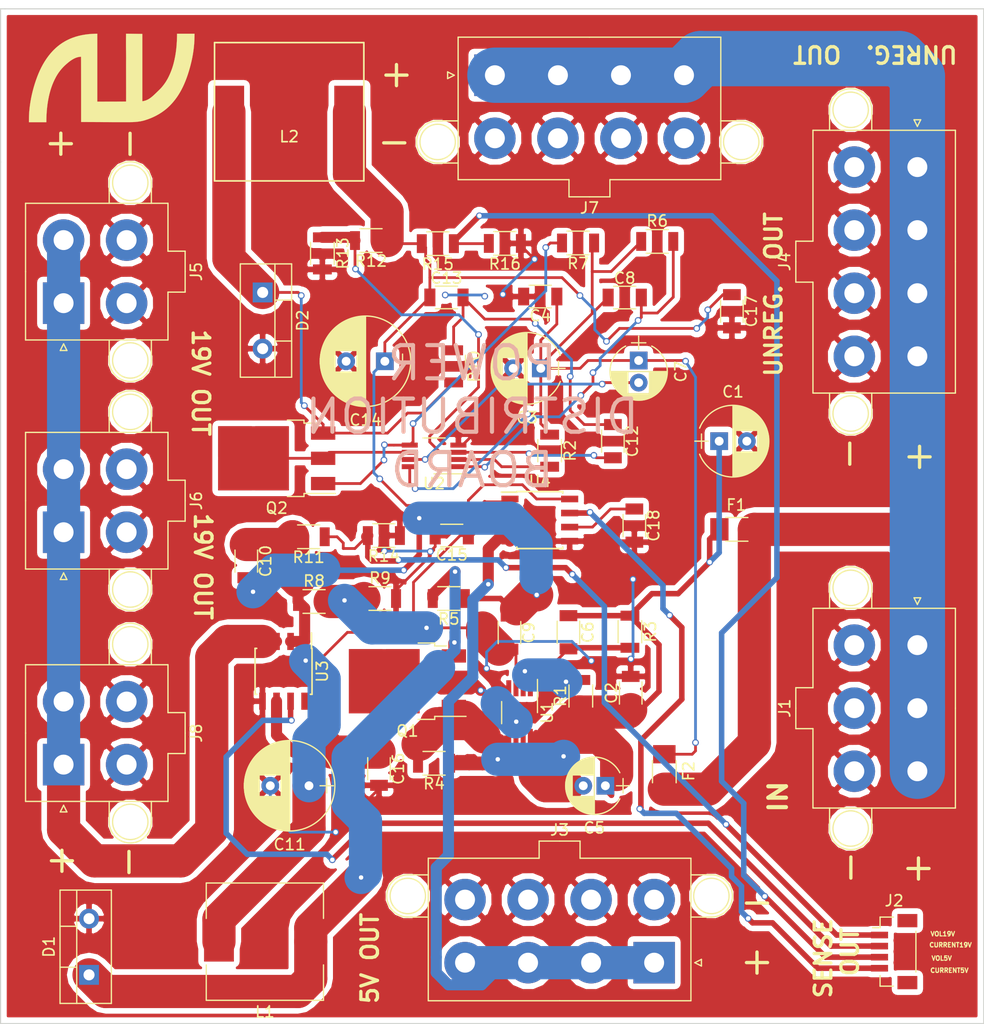
<source format=kicad_pcb>
(kicad_pcb (version 4) (host pcbnew 4.0.7)
  (layers (0 F.Cu signal) (31 B.Cu signal) (34 B.Paste user) (35 F.Paste user) (36 B.SilkS user) (37 F.SilkS user) (38 B.Mask user) (39 F.Mask user) (44 Edge.Cuts user))
  (net 0 "")
  (net 1 "Net-(C1-Pad1)")
  (net 2 GND)
  (net 3 "Net-(C3-Pad1)")
  (net 4 "Net-(C5-Pad2)")
  (net 5 "Net-(C6-Pad2)")
  (net 6 "Net-(C7-Pad2)")
  (net 7 "Net-(C8-Pad2)")
  (net 8 "Net-(C10-Pad2)")
  (net 9 "Net-(C9-Pad2)")
  (net 10 "Net-(C10-Pad1)")
  (net 11 "Net-(C12-Pad1)")
  (net 12 "Net-(C12-Pad2)")
  (net 13 "Net-(C16-Pad1)")
  (net 14 "Net-(C18-Pad1)")
  (net 15 "Net-(D1-Pad1)")
  (net 16 "Net-(D2-Pad1)")
  (net 17 "Net-(F1-Pad2)")
  (net 18 "Net-(J3-Pad1)")
  (net 19 "Net-(J5-Pad1)")
  (net 20 "Net-(Q1-Pad1)")
  (net 21 "Net-(Q1-Pad2)")
  (net 22 "Net-(Q2-Pad1)")
  (net 23 "Net-(Q2-Pad2)")
  (net 24 "Net-(R1-Pad2)")
  (net 25 "Net-(R2-Pad2)")
  (net 26 /VOLDIV19V)
  (net 27 /VOLDIV5V)
  (net 28 /VCC)
  (net 29 /Current19V)
  (net 30 /Current5V)
  (module Capacitors_THT:CP_Radial_D6.3mm_P2.50mm (layer F.Cu) (at 163.58 88.37)
    (fp_text reference C1 (at 1.25 -4.46) (layer F.SilkS))
    (fp_text value 68u)
    (pad 1 thru_hole rect (at 0 0) (size 1.6 1.6) (drill 0.8) (layers *.Cu *.Mask) (net 1 "Net-(C1-Pad1)"))
    (pad 2 thru_hole circle (at 2.5 0) (size 1.6 1.6) (drill 0.8) (layers *.Cu *.Mask) (net 2 GND))
  )
  (module Capacitors_SMD:C_1206 (layer F.Cu) (at 155.58 111.13 90)
    (fp_text reference C2 (at 0 -1.75 90) (layer F.SilkS))
    (fp_text value 1u)
    (pad 1 smd rect (at -1.5 0 90) (size 1 1.6) (layers F.Cu F.Paste F.Mask) (net 1 "Net-(C1-Pad1)"))
    (pad 2 smd rect (at 1.5 0 90) (size 1 1.6) (layers F.Cu F.Paste F.Mask) (net 2 GND))
  )
  (module Capacitors_THT:CP_Radial_D6.3mm_P2.50mm (layer F.Cu) (at 147.45 81.79 180)
    (fp_text reference C3 (at 1.25 -4.46 180) (layer F.SilkS))
    (fp_text value 33u)
    (pad 1 thru_hole rect (at 0 0 180) (size 1.6 1.6) (drill 0.8) (layers *.Cu *.Mask) (net 3 "Net-(C3-Pad1)"))
    (pad 2 thru_hole circle (at 2.5 0 180) (size 1.6 1.6) (drill 0.8) (layers *.Cu *.Mask) (net 2 GND))
  )
  (module Capacitors_SMD:C_1206 (layer F.Cu) (at 147.4 75.3 180)
    (fp_text reference C4 (at 0 -1.75 180) (layer F.SilkS))
    (fp_text value 1u)
    (pad 1 smd rect (at -1.5 0 180) (size 1 1.6) (layers F.Cu F.Paste F.Mask) (net 3 "Net-(C3-Pad1)"))
    (pad 2 smd rect (at 1.5 0 180) (size 1 1.6) (layers F.Cu F.Paste F.Mask) (net 2 GND))
  )
  (module Capacitors_SMD:C_1206 (layer F.Cu) (at 149.95 105.64 270)
    (fp_text reference C6 (at 0 -1.75 270) (layer F.SilkS))
    (fp_text value 1000p)
    (pad 1 smd rect (at -1.5 0 270) (size 1 1.6) (layers F.Cu F.Paste F.Mask) (net 1 "Net-(C1-Pad1)"))
    (pad 2 smd rect (at 1.5 0 270) (size 1 1.6) (layers F.Cu F.Paste F.Mask) (net 5 "Net-(C6-Pad2)"))
  )
  (module Capacitors_THT:CP_Radial_D5.0mm_P2.00mm (layer F.Cu) (at 156.3 81.08 270)
    (fp_text reference C7 (at 1 -3.81 270) (layer F.SilkS))
    (fp_text value 0.47u)
    (pad 1 thru_hole rect (at 0 0 270) (size 1.6 1.6) (drill 0.8) (layers *.Cu *.Mask) (net 3 "Net-(C3-Pad1)"))
    (pad 2 thru_hole circle (at 2 0 270) (size 1.6 1.6) (drill 0.8) (layers *.Cu *.Mask) (net 6 "Net-(C7-Pad2)"))
  )
  (module Capacitors_SMD:C_1206 (layer F.Cu) (at 155.04 75.39)
    (fp_text reference C8 (at 0 -1.75) (layer F.SilkS))
    (fp_text value 1000p)
    (pad 1 smd rect (at -1.5 0) (size 1 1.6) (layers F.Cu F.Paste F.Mask) (net 3 "Net-(C3-Pad1)"))
    (pad 2 smd rect (at 1.5 0) (size 1 1.6) (layers F.Cu F.Paste F.Mask) (net 7 "Net-(C8-Pad2)"))
  )
  (module Capacitors_SMD:C_1206 (layer F.Cu) (at 144.62 105.67 270)
    (fp_text reference C9 (at 0 -1.75 270) (layer F.SilkS))
    (fp_text value 0.1u)
    (pad 1 smd rect (at -1.5 0 270) (size 1 1.6) (layers F.Cu F.Paste F.Mask) (net 8 "Net-(C10-Pad2)"))
    (pad 2 smd rect (at 1.5 0 270) (size 1 1.6) (layers F.Cu F.Paste F.Mask) (net 9 "Net-(C9-Pad2)"))
  )
  (module Capacitors_SMD:C_1206 (layer F.Cu) (at 120.82 99.21 270)
    (fp_text reference C10 (at 0 -1.75 270) (layer F.SilkS))
    (fp_text value 3300p)
    (pad 1 smd rect (at -1.5 0 270) (size 1 1.6) (layers F.Cu F.Paste F.Mask) (net 10 "Net-(C10-Pad1)"))
    (pad 2 smd rect (at 1.5 0 270) (size 1 1.6) (layers F.Cu F.Paste F.Mask) (net 8 "Net-(C10-Pad2)"))
  )
  (module Capacitors_THT:CP_Radial_D8.0mm_P3.50mm (layer F.Cu) (at 126.49 119.51 180)
    (fp_text reference C11 (at 1.75 -5.31 180) (layer F.SilkS))
    (fp_text value 100u)
    (pad 1 thru_hole rect (at 0 0 180) (size 1.6 1.6) (drill 0.8) (layers *.Cu *.Mask) (net 10 "Net-(C10-Pad1)"))
    (pad 2 thru_hole circle (at 3.5 0 180) (size 1.6 1.6) (drill 0.8) (layers *.Cu *.Mask) (net 2 GND))
  )
  (module Capacitors_SMD:C_1206 (layer F.Cu) (at 153.97 88.37 270)
    (fp_text reference C12 (at 0 -1.75 270) (layer F.SilkS))
    (fp_text value 0.1u)
    (pad 1 smd rect (at -1.5 0 270) (size 1 1.6) (layers F.Cu F.Paste F.Mask) (net 11 "Net-(C12-Pad1)"))
    (pad 2 smd rect (at 1.5 0 270) (size 1 1.6) (layers F.Cu F.Paste F.Mask) (net 12 "Net-(C12-Pad2)"))
  )
  (module Capacitors_SMD:C_1206 (layer F.Cu) (at 138.92 75.38)
    (fp_text reference C13 (at 0 -1.75) (layer F.SilkS))
    (fp_text value 3300p)
    (pad 1 smd rect (at -1.5 0) (size 1 1.6) (layers F.Cu F.Paste F.Mask) (net 28 /VCC))
    (pad 2 smd rect (at 1.5 0) (size 1 1.6) (layers F.Cu F.Paste F.Mask) (net 11 "Net-(C12-Pad1)"))
  )
  (module Capacitors_THT:CP_Radial_D8.0mm_P3.50mm (layer F.Cu) (at 133.35 81.15 180)
    (fp_text reference C14 (at 1.75 -5.31 180) (layer F.SilkS))
    (fp_text value 100u)
    (pad 1 thru_hole rect (at 0 0 180) (size 1.6 1.6) (drill 0.8) (layers *.Cu *.Mask) (net 28 /VCC))
    (pad 2 thru_hole circle (at 3.5 0 180) (size 1.6 1.6) (drill 0.8) (layers *.Cu *.Mask) (net 2 GND))
  )
  (module Capacitors_SMD:C_1206 (layer F.Cu) (at 139.4 96.9 180)
    (fp_text reference C15 (at 0 -1.75 180) (layer F.SilkS))
    (fp_text value 0.1u)
    (pad 1 smd rect (at -1.5 0 180) (size 1 1.6) (layers F.Cu F.Paste F.Mask) (net 28 /VCC))
    (pad 2 smd rect (at 1.5 0 180) (size 1 1.6) (layers F.Cu F.Paste F.Mask) (net 2 GND))
  )
  (module Capacitors_SMD:C_1206 (layer F.Cu) (at 132.82 117.97 270)
    (fp_text reference C16 (at 0 -1.75 270) (layer F.SilkS))
    (fp_text value 1nF)
    (pad 1 smd rect (at -1.5 0 270) (size 1 1.6) (layers F.Cu F.Paste F.Mask) (net 13 "Net-(C16-Pad1)"))
    (pad 2 smd rect (at 1.5 0 270) (size 1 1.6) (layers F.Cu F.Paste F.Mask) (net 2 GND))
  )
  (module Capacitors_SMD:C_1206 (layer F.Cu) (at 164.73 76.63 270)
    (fp_text reference C17 (at 0 -1.75 270) (layer F.SilkS))
    (fp_text value 1u)
    (pad 1 smd rect (at -1.5 0 270) (size 1 1.6) (layers F.Cu F.Paste F.Mask) (net 28 /VCC))
    (pad 2 smd rect (at 1.5 0 270) (size 1 1.6) (layers F.Cu F.Paste F.Mask) (net 2 GND))
  )
  (module Capacitors_SMD:C_1206 (layer F.Cu) (at 155.91 96 270)
    (fp_text reference C18 (at 0 -1.75 270) (layer F.SilkS))
    (fp_text value 1nF)
    (pad 1 smd rect (at -1.5 0 270) (size 1 1.6) (layers F.Cu F.Paste F.Mask) (net 14 "Net-(C18-Pad1)"))
    (pad 2 smd rect (at 1.5 0 270) (size 1 1.6) (layers F.Cu F.Paste F.Mask) (net 2 GND))
  )
  (module TO_SOT_Packages_THT:TO-220-2_Vertical (layer F.Cu) (at 106.6 136.6 90)
    (fp_text reference D1 (at 2.54 -3.62 90) (layer F.SilkS))
    (fp_text value D_Schottky)
    (pad 1 thru_hole rect (at 0 0 90) (size 1.8 1.8) (drill 1) (layers *.Cu *.Mask) (net 15 "Net-(D1-Pad1)"))
    (pad 2 thru_hole oval (at 5.08 0 90) (size 1.8 1.8) (drill 1) (layers *.Cu *.Mask) (net 2 GND))
  )
  (module TO_SOT_Packages_THT:TO-220-2_Vertical (layer F.Cu) (at 122.3 74.93 270)
    (fp_text reference D2 (at 2.54 -3.62 270) (layer F.SilkS))
    (fp_text value D_Schottky)
    (pad 1 thru_hole rect (at 0 0 270) (size 1.8 1.8) (drill 1) (layers *.Cu *.Mask) (net 16 "Net-(D2-Pad1)"))
    (pad 2 thru_hole oval (at 5.08 0 270) (size 1.8 1.8) (drill 1) (layers *.Cu *.Mask) (net 2 GND))
  )
  (module Fuse_Holders_and_Fuses:Fuse_SMD1206_Wave (layer F.Cu) (at 165.18 96.34)
    (fp_text reference F1 (at -0.05 -2.2) (layer F.SilkS))
    (fp_text value Fuse)
    (pad 1 smd rect (at -1.58 0 90) (size 2.03 1.65) (layers F.Cu F.Paste F.Mask) (net 1 "Net-(C1-Pad1)"))
    (pad 2 smd rect (at 1.58 0 90) (size 2.03 1.65) (layers F.Cu F.Paste F.Mask) (net 17 "Net-(F1-Pad2)"))
  )
  (module Fuse_Holders_and_Fuses:Fuse_SMD1206_Wave (layer F.Cu) (at 158.62 118.24 270)
    (fp_text reference F2 (at -0.05 -2.2 270) (layer F.SilkS))
    (fp_text value Fuse)
    (pad 1 smd rect (at -1.58 0) (size 2.03 1.65) (layers F.Cu F.Paste F.Mask) (net 3 "Net-(C3-Pad1)"))
    (pad 2 smd rect (at 1.58 0) (size 2.03 1.65) (layers F.Cu F.Paste F.Mask) (net 17 "Net-(F1-Pad2)"))
  )
  (module Inductors_SMD:L_10.4x10.4_H4.8 (layer F.Cu) (at 122.5 133.6 180)
    (fp_text reference L1 (at 0 -6.35 180) (layer F.SilkS))
    (fp_text value 5.5u)
    (pad 1 smd rect (at -4.15 0 180) (size 2.7 3.6) (layers F.Cu F.Paste F.Mask) (net 15 "Net-(D1-Pad1)"))
    (pad 2 smd rect (at 4.15 0 180) (size 2.7 3.6) (layers F.Cu F.Paste F.Mask) (net 10 "Net-(C10-Pad1)"))
  )
  (module "conn footprint:inductor_13.5x12.5" (layer F.Cu) (at 124.7 58.6)
    (fp_text reference L2 (at 0 2.25) (layer F.SilkS))
    (fp_text value 15u)
    (pad 2 smd rect (at 5.45 0) (size 2.75 4.7) (layers F.Cu F.Paste F.Mask) (net 28 /VCC))
    (pad 1 smd rect (at -5.45 0) (size 2.75 4.7) (layers F.Cu F.Paste F.Mask) (net 16 "Net-(D2-Pad1)"))
  )
  (module TO_SOT_Packages_SMD:TO-252-3_TabPin2 (layer F.Cu) (at 135.39 110.06 180)
    (fp_text reference Q1 (at 0 -4.5 180) (layer F.SilkS))
    (fp_text value Q_PMOS_DGS)
    (pad 1 smd rect (at -4.2 -2.28 180) (size 2.2 1.2) (layers F.Cu F.Paste F.Mask) (net 20 "Net-(Q1-Pad1)"))
    (pad 2 smd rect (at -4.2 0 180) (size 2.2 1.2) (layers F.Cu F.Paste F.Mask) (net 21 "Net-(Q1-Pad2)"))
    (pad 3 smd rect (at -4.2 2.28 180) (size 2.2 1.2) (layers F.Cu F.Paste F.Mask) (net 15 "Net-(D1-Pad1)"))
    (pad 2 smd rect (at 2.1 0 180) (size 6.4 5.8) (layers F.Cu F.Mask) (net 21 "Net-(Q1-Pad2)"))
    (pad 2 smd rect (at 3.775 1.525 180) (size 3.05 2.75) (layers F.Cu F.Paste) (net 21 "Net-(Q1-Pad2)"))
    (pad 2 smd rect (at 0.425 -1.525 180) (size 3.05 2.75) (layers F.Cu F.Paste) (net 21 "Net-(Q1-Pad2)"))
    (pad 2 smd rect (at 3.775 -1.525 180) (size 3.05 2.75) (layers F.Cu F.Paste) (net 21 "Net-(Q1-Pad2)"))
    (pad 2 smd rect (at 0.425 1.525 180) (size 3.05 2.75) (layers F.Cu F.Paste) (net 21 "Net-(Q1-Pad2)"))
  )
  (module TO_SOT_Packages_SMD:TO-252-3_TabPin2 (layer F.Cu) (at 123.57 89.92 180)
    (fp_text reference Q2 (at 0 -4.5 180) (layer F.SilkS))
    (fp_text value Q_PMOS_DGS)
    (pad 1 smd rect (at -4.2 -2.28 180) (size 2.2 1.2) (layers F.Cu F.Paste F.Mask) (net 22 "Net-(Q2-Pad1)"))
    (pad 2 smd rect (at -4.2 0 180) (size 2.2 1.2) (layers F.Cu F.Paste F.Mask) (net 23 "Net-(Q2-Pad2)"))
    (pad 3 smd rect (at -4.2 2.28 180) (size 2.2 1.2) (layers F.Cu F.Paste F.Mask) (net 16 "Net-(D2-Pad1)"))
    (pad 2 smd rect (at 2.1 0 180) (size 6.4 5.8) (layers F.Cu F.Mask) (net 23 "Net-(Q2-Pad2)"))
    (pad 2 smd rect (at 3.775 1.525 180) (size 3.05 2.75) (layers F.Cu F.Paste) (net 23 "Net-(Q2-Pad2)"))
    (pad 2 smd rect (at 0.425 -1.525 180) (size 3.05 2.75) (layers F.Cu F.Paste) (net 23 "Net-(Q2-Pad2)"))
    (pad 2 smd rect (at 3.775 -1.525 180) (size 3.05 2.75) (layers F.Cu F.Paste) (net 23 "Net-(Q2-Pad2)"))
    (pad 2 smd rect (at 0.425 1.525 180) (size 3.05 2.75) (layers F.Cu F.Paste) (net 23 "Net-(Q2-Pad2)"))
  )
  (module Resistors_SMD:R_1206 (layer F.Cu) (at 151.07 111.4 90)
    (fp_text reference R1 (at 0 -1.85 90) (layer F.SilkS))
    (fp_text value 383k)
    (pad 1 smd rect (at -1.45 0 90) (size 0.9 1.7) (layers F.Cu F.Paste F.Mask) (net 1 "Net-(C1-Pad1)"))
    (pad 2 smd rect (at 1.45 0 90) (size 0.9 1.7) (layers F.Cu F.Paste F.Mask) (net 24 "Net-(R1-Pad2)"))
  )
  (module Resistors_SMD:R_1206 (layer F.Cu) (at 148.25 89.23 270)
    (fp_text reference R2 (at 0 -1.85 270) (layer F.SilkS))
    (fp_text value 84k)
    (pad 1 smd rect (at -1.45 0 270) (size 0.9 1.7) (layers F.Cu F.Paste F.Mask) (net 3 "Net-(C3-Pad1)"))
    (pad 2 smd rect (at 1.45 0 270) (size 0.9 1.7) (layers F.Cu F.Paste F.Mask) (net 25 "Net-(R2-Pad2)"))
  )
  (module Resistors_SMD:R_1206 (layer F.Cu) (at 155.51 105.59 270)
    (fp_text reference R3 (at 0 -1.85 270) (layer F.SilkS))
    (fp_text value 2.1k)
    (pad 1 smd rect (at -1.45 0 270) (size 0.9 1.7) (layers F.Cu F.Paste F.Mask) (net 1 "Net-(C1-Pad1)"))
    (pad 2 smd rect (at 1.45 0 270) (size 0.9 1.7) (layers F.Cu F.Paste F.Mask) (net 5 "Net-(C6-Pad2)"))
  )
  (module Resistors_SMD:R_1206 (layer F.Cu) (at 137.8 117.48 180)
    (fp_text reference R4 (at 0 -1.85 180) (layer F.SilkS))
    (fp_text value 0.01)
    (pad 1 smd rect (at -1.45 0 180) (size 0.9 1.7) (layers F.Cu F.Paste F.Mask) (net 1 "Net-(C1-Pad1)"))
    (pad 2 smd rect (at 1.45 0 180) (size 0.9 1.7) (layers F.Cu F.Paste F.Mask) (net 20 "Net-(Q1-Pad1)"))
  )
  (module Resistors_SMD:R_1206 (layer F.Cu) (at 139.13 102.59 180)
    (fp_text reference R5 (at 0 -1.85 180) (layer F.SilkS))
    (fp_text value 220k)
    (pad 1 smd rect (at -1.45 0 180) (size 0.9 1.7) (layers F.Cu F.Paste F.Mask) (net 8 "Net-(C10-Pad2)"))
    (pad 2 smd rect (at 1.45 0 180) (size 0.9 1.7) (layers F.Cu F.Paste F.Mask) (net 15 "Net-(D1-Pad1)"))
  )
  (module Resistors_SMD:R_1206 (layer F.Cu) (at 157.98 70.32)
    (fp_text reference R6 (at 0 -1.85) (layer F.SilkS))
    (fp_text value 2.1k)
    (pad 1 smd rect (at -1.45 0) (size 0.9 1.7) (layers F.Cu F.Paste F.Mask) (net 3 "Net-(C3-Pad1)"))
    (pad 2 smd rect (at 1.45 0) (size 0.9 1.7) (layers F.Cu F.Paste F.Mask) (net 7 "Net-(C8-Pad2)"))
  )
  (module Resistors_SMD:R_1206 (layer F.Cu) (at 150.82 70.46 180)
    (fp_text reference R7 (at 0 -1.85 180) (layer F.SilkS))
    (fp_text value 0.01)
    (pad 1 smd rect (at -1.45 0 180) (size 0.9 1.7) (layers F.Cu F.Paste F.Mask) (net 3 "Net-(C3-Pad1)"))
    (pad 2 smd rect (at 1.45 0 180) (size 0.9 1.7) (layers F.Cu F.Paste F.Mask) (net 22 "Net-(Q2-Pad1)"))
  )
  (module Resistors_SMD:R_1206 (layer F.Cu) (at 126.95 102.86)
    (fp_text reference R8 (at 0 -1.85) (layer F.SilkS))
    (fp_text value 17k)
    (pad 1 smd rect (at -1.45 0) (size 0.9 1.7) (layers F.Cu F.Paste F.Mask) (net 10 "Net-(C10-Pad1)"))
    (pad 2 smd rect (at 1.45 0) (size 0.9 1.7) (layers F.Cu F.Paste F.Mask) (net 9 "Net-(C9-Pad2)"))
  )
  (module Resistors_SMD:R_1206 (layer F.Cu) (at 132.91 102.59)
    (fp_text reference R9 (at 0 -1.85) (layer F.SilkS))
    (fp_text value 1.2K)
    (pad 1 smd rect (at -1.45 0) (size 0.9 1.7) (layers F.Cu F.Paste F.Mask) (net 9 "Net-(C9-Pad2)"))
    (pad 2 smd rect (at 1.45 0) (size 0.9 1.7) (layers F.Cu F.Paste F.Mask) (net 2 GND))
  )
  (module Resistors_SMD:R_1206 (layer F.Cu) (at 139.57 81.61 270)
    (fp_text reference R10 (at 0 -1.85 270) (layer F.SilkS))
    (fp_text value 66.5K)
    (pad 1 smd rect (at -1.45 0 270) (size 0.9 1.7) (layers F.Cu F.Paste F.Mask) (net 11 "Net-(C12-Pad1)"))
    (pad 2 smd rect (at 1.45 0 270) (size 0.9 1.7) (layers F.Cu F.Paste F.Mask) (net 16 "Net-(D2-Pad1)"))
  )
  (module Resistors_SMD:R_1206 (layer F.Cu) (at 126.46 97.01 180)
    (fp_text reference R11 (at 0 -1.85 180) (layer F.SilkS))
    (fp_text value 3K)
    (pad 1 smd rect (at -1.45 0 180) (size 0.9 1.7) (layers F.Cu F.Paste F.Mask) (net 26 /VOLDIV19V))
    (pad 2 smd rect (at 1.45 0 180) (size 0.9 1.7) (layers F.Cu F.Paste F.Mask) (net 10 "Net-(C10-Pad1)"))
  )
  (module Resistors_SMD:R_1206 (layer F.Cu) (at 132.1 70.24 180)
    (fp_text reference R12 (at 0 -1.85 180) (layer F.SilkS))
    (fp_text value 10K)
    (pad 1 smd rect (at -1.45 0 180) (size 0.9 1.7) (layers F.Cu F.Paste F.Mask) (net 28 /VCC))
    (pad 2 smd rect (at 1.45 0 180) (size 0.9 1.7) (layers F.Cu F.Paste F.Mask) (net 12 "Net-(C12-Pad2)"))
  )
  (module Resistors_SMD:R_1206 (layer F.Cu) (at 127.7 71.4 270)
    (fp_text reference R13 (at 0 -1.85 270) (layer F.SilkS))
    (fp_text value 3.4K)
    (pad 1 smd rect (at -1.45 0 270) (size 0.9 1.7) (layers F.Cu F.Paste F.Mask) (net 12 "Net-(C12-Pad2)"))
    (pad 2 smd rect (at 1.45 0 270) (size 0.9 1.7) (layers F.Cu F.Paste F.Mask) (net 2 GND))
  )
  (module Resistors_SMD:R_1206 (layer F.Cu) (at 133.26 96.9 180)
    (fp_text reference R14 (at 0 -1.85 180) (layer F.SilkS))
    (fp_text value 1K)
    (pad 1 smd rect (at -1.45 0 180) (size 0.9 1.7) (layers F.Cu F.Paste F.Mask) (net 2 GND))
    (pad 2 smd rect (at 1.45 0 180) (size 0.9 1.7) (layers F.Cu F.Paste F.Mask) (net 26 /VOLDIV19V))
  )
  (module Resistors_SMD:R_1206 (layer F.Cu) (at 138.14 70.52 180)
    (fp_text reference R15 (at 0 -1.85 180) (layer F.SilkS))
    (fp_text value 3K)
    (pad 1 smd rect (at -1.45 0 180) (size 0.9 1.7) (layers F.Cu F.Paste F.Mask) (net 27 /VOLDIV5V))
    (pad 2 smd rect (at 1.45 0 180) (size 0.9 1.7) (layers F.Cu F.Paste F.Mask) (net 28 /VCC))
  )
  (module Resistors_SMD:R_1206 (layer F.Cu) (at 144.2 70.5 180)
    (fp_text reference R16 (at 0 -1.85 180) (layer F.SilkS))
    (fp_text value 1K)
    (pad 1 smd rect (at -1.45 0 180) (size 0.9 1.7) (layers F.Cu F.Paste F.Mask) (net 2 GND))
    (pad 2 smd rect (at 1.45 0 180) (size 0.9 1.7) (layers F.Cu F.Paste F.Mask) (net 27 /VOLDIV5V))
  )
  (module Housings_SSOP:VSSOP-8_3.0x3.0mm_Pitch0.65mm (layer F.Cu) (at 145.53 112.9 270)
    (fp_text reference U1 (at 0 -2.5 270) (layer F.SilkS))
    (fp_text value LM25085)
    (pad 1 smd rect (at -2.2 -0.975 180) (size 0.45 1.45) (layers F.Cu F.Paste F.Mask) (net 5 "Net-(C6-Pad2)"))
    (pad 2 smd rect (at -2.2 -0.325 180) (size 0.45 1.45) (layers F.Cu F.Paste F.Mask) (net 24 "Net-(R1-Pad2)"))
    (pad 3 smd rect (at -2.2 0.325 180) (size 0.45 1.45) (layers F.Cu F.Paste F.Mask) (net 9 "Net-(C9-Pad2)"))
    (pad 4 smd rect (at -2.2 0.975 180) (size 0.45 1.45) (layers F.Cu F.Paste F.Mask) (net 2 GND))
    (pad 5 smd rect (at 2.2 0.975 180) (size 0.45 1.45) (layers F.Cu F.Paste F.Mask) (net 20 "Net-(Q1-Pad1)"))
    (pad 6 smd rect (at 2.2 0.325 180) (size 0.45 1.45) (layers F.Cu F.Paste F.Mask) (net 21 "Net-(Q1-Pad2)"))
    (pad 7 smd rect (at 2.2 -0.325 180) (size 0.45 1.45) (layers F.Cu F.Paste F.Mask) (net 4 "Net-(C5-Pad2)"))
    (pad 8 smd rect (at 2.2 -0.975 180) (size 0.45 1.45) (layers F.Cu F.Paste F.Mask) (net 1 "Net-(C1-Pad1)"))
  )
  (module Housings_SSOP:VSSOP-8_3.0x3.0mm_Pitch0.65mm (layer F.Cu) (at 137.8 89.7 180)
    (fp_text reference U2 (at 0 -2.5 180) (layer F.SilkS))
    (fp_text value LM25085)
    (pad 1 smd rect (at -2.2 -0.975 90) (size 0.45 1.45) (layers F.Cu F.Paste F.Mask) (net 7 "Net-(C8-Pad2)"))
    (pad 2 smd rect (at -2.2 -0.325 90) (size 0.45 1.45) (layers F.Cu F.Paste F.Mask) (net 25 "Net-(R2-Pad2)"))
    (pad 3 smd rect (at -2.2 0.325 90) (size 0.45 1.45) (layers F.Cu F.Paste F.Mask) (net 12 "Net-(C12-Pad2)"))
    (pad 4 smd rect (at -2.2 0.975 90) (size 0.45 1.45) (layers F.Cu F.Paste F.Mask) (net 2 GND))
    (pad 5 smd rect (at 2.2 0.975 90) (size 0.45 1.45) (layers F.Cu F.Paste F.Mask) (net 22 "Net-(Q2-Pad1)"))
    (pad 6 smd rect (at 2.2 0.325 90) (size 0.45 1.45) (layers F.Cu F.Paste F.Mask) (net 23 "Net-(Q2-Pad2)"))
    (pad 7 smd rect (at 2.2 -0.325 90) (size 0.45 1.45) (layers F.Cu F.Paste F.Mask) (net 6 "Net-(C7-Pad2)"))
    (pad 8 smd rect (at 2.2 -0.975 90) (size 0.45 1.45) (layers F.Cu F.Paste F.Mask) (net 3 "Net-(C3-Pad1)"))
  )
  (module Housings_SOIC:SOIC-8_3.9x4.9mm_Pitch1.27mm (layer F.Cu) (at 124.19 109.17 270)
    (fp_text reference U3 (at 0 -3.5 270) (layer F.SilkS))
    (fp_text value ACS712)
    (pad 1 smd rect (at -2.7 -1.905 270) (size 1.55 0.6) (layers F.Cu F.Paste F.Mask) (net 10 "Net-(C10-Pad1)"))
    (pad 2 smd rect (at -2.7 -0.635 270) (size 1.55 0.6) (layers F.Cu F.Paste F.Mask) (net 10 "Net-(C10-Pad1)"))
    (pad 3 smd rect (at -2.7 0.635 270) (size 1.55 0.6) (layers F.Cu F.Paste F.Mask) (net 19 "Net-(J5-Pad1)"))
    (pad 4 smd rect (at -2.7 1.905 270) (size 1.55 0.6) (layers F.Cu F.Paste F.Mask) (net 19 "Net-(J5-Pad1)"))
    (pad 5 smd rect (at 2.7 1.905 270) (size 1.55 0.6) (layers F.Cu F.Paste F.Mask) (net 2 GND))
    (pad 6 smd rect (at 2.7 0.635 270) (size 1.55 0.6) (layers F.Cu F.Paste F.Mask) (net 13 "Net-(C16-Pad1)"))
    (pad 7 smd rect (at 2.7 -0.635 270) (size 1.55 0.6) (layers F.Cu F.Paste F.Mask) (net 29 /Current19V))
    (pad 8 smd rect (at 2.7 -1.905 270) (size 1.55 0.6) (layers F.Cu F.Paste F.Mask) (net 28 /VCC))
  )
  (module Housings_SOIC:SOIC-8_3.9x4.9mm_Pitch1.27mm (layer F.Cu) (at 147.36 95.5)
    (fp_text reference U4 (at 0 -3.5) (layer F.SilkS))
    (fp_text value ACS712)
    (pad 1 smd rect (at -2.7 -1.905) (size 1.55 0.6) (layers F.Cu F.Paste F.Mask) (net 28 /VCC))
    (pad 2 smd rect (at -2.7 -0.635) (size 1.55 0.6) (layers F.Cu F.Paste F.Mask) (net 28 /VCC))
    (pad 3 smd rect (at -2.7 0.635) (size 1.55 0.6) (layers F.Cu F.Paste F.Mask) (net 18 "Net-(J3-Pad1)"))
    (pad 4 smd rect (at -2.7 1.905) (size 1.55 0.6) (layers F.Cu F.Paste F.Mask) (net 18 "Net-(J3-Pad1)"))
    (pad 5 smd rect (at 2.7 1.905) (size 1.55 0.6) (layers F.Cu F.Paste F.Mask) (net 2 GND))
    (pad 6 smd rect (at 2.7 0.635) (size 1.55 0.6) (layers F.Cu F.Paste F.Mask) (net 14 "Net-(C18-Pad1)"))
    (pad 7 smd rect (at 2.7 -0.635) (size 1.55 0.6) (layers F.Cu F.Paste F.Mask) (net 30 /Current5V))
    (pad 8 smd rect (at 2.7 -1.905) (size 1.55 0.6) (layers F.Cu F.Paste F.Mask) (net 28 /VCC))
  )
  (module Capacitors_THT:CP_Radial_D5.0mm_P2.00mm (layer F.Cu) (at 153.29 119.51 180)
    (fp_text reference C5 (at 1 -3.81 180) (layer F.SilkS))
    (fp_text value 0.47u)
    (pad 1 thru_hole rect (at 0 0 180) (size 1.6 1.6) (drill 0.8) (layers *.Cu *.Mask) (net 1 "Net-(C1-Pad1)"))
    (pad 2 thru_hole circle (at 2 0 180) (size 1.6 1.6) (drill 0.8) (layers *.Cu *.Mask) (net 4 "Net-(C5-Pad2)"))
  )
  (module Connectors_Molex:Molex_MegaFit_2x03x5.70mm_Straight (layer F.Cu) (at 181.5 106.8 270)
    (fp_text reference J1 (at 5.7 12 270) (layer F.SilkS))
    (fp_text value Conn_02x03_Counter_Clockwise hide)
    (pad 1 thru_hole rect (at 0 0 270) (size 3.75 3.75) (drill 1.8) (layers *.Cu *.Mask) (net 17 "Net-(F1-Pad2)"))
    (pad 2 thru_hole circle (at 5.7 0 270) (size 3.75 3.75) (drill 1.8) (layers *.Cu *.Mask) (net 17 "Net-(F1-Pad2)"))
    (pad 3 thru_hole circle (at 11.4 0 270) (size 3.75 3.75) (drill 1.8) (layers *.Cu *.Mask) (net 17 "Net-(F1-Pad2)"))
    (pad 4 thru_hole circle (at 0 5.7 270) (size 3.75 3.75) (drill 1.8) (layers *.Cu *.Mask) (net 2 GND))
    (pad 5 thru_hole circle (at 5.7 5.7 270) (size 3.75 3.75) (drill 1.8) (layers *.Cu *.Mask) (net 2 GND))
    (pad 6 thru_hole circle (at 11.4 5.7 270) (size 3.75 3.75) (drill 1.8) (layers *.Cu *.Mask) (net 2 GND))
    (pad "" np_thru_hole circle (at -5.175 6.03 270) (size 3 3) (drill 3) (layers *.Cu *.Mask))
    (pad "" np_thru_hole circle (at 16.575 6.03 270) (size 3 3) (drill 3) (layers *.Cu *.Mask))
  )
  (module Connectors_Molex:Molex_PicoClasp_501331-0407_1x04_P1.0mm_Vertical (layer F.Cu) (at 179.4 134.5)
    (fp_text reference J2 (at 0 -4.6) (layer F.SilkS))
    (fp_text value Conn_01x04_Female hide)
    (pad 1 smd rect (at -1.325 -1.5) (size 1.55 0.6) (layers F.Cu F.Paste F.Mask) (net 26 /VOLDIV19V))
    (pad 2 smd rect (at -1.325 -0.5) (size 1.55 0.6) (layers F.Cu F.Paste F.Mask) (net 29 /Current19V))
    (pad 3 smd rect (at -1.325 0.5) (size 1.55 0.6) (layers F.Cu F.Paste F.Mask) (net 27 /VOLDIV5V))
    (pad 4 smd rect (at -1.325 1.5) (size 1.55 0.6) (layers F.Cu F.Paste F.Mask) (net 30 /Current5V))
    (pad "" smd rect (at 1.2 -2.8) (size 1.8 1.2) (layers F.Cu F.Paste F.Mask))
    (pad "" smd rect (at 1.2 2.8) (size 1.8 1.2) (layers F.Cu F.Paste F.Mask))
  )
  (module Connectors_Molex:Molex_MegaFit_2x04x5.70mm_Straight (layer F.Cu) (at 181.5 63.6 270)
    (fp_text reference J4 (at 8.55 12 270) (layer F.SilkS))
    (fp_text value Conn_02x04_Top_Bottom hide)
    (pad 1 thru_hole rect (at 0 0 270) (size 3.75 3.75) (drill 1.8) (layers *.Cu *.Mask) (net 17 "Net-(F1-Pad2)"))
    (pad 2 thru_hole circle (at 5.7 0 270) (size 3.75 3.75) (drill 1.8) (layers *.Cu *.Mask) (net 17 "Net-(F1-Pad2)"))
    (pad 3 thru_hole circle (at 11.4 0 270) (size 3.75 3.75) (drill 1.8) (layers *.Cu *.Mask) (net 17 "Net-(F1-Pad2)"))
    (pad 4 thru_hole circle (at 17.1 0 270) (size 3.75 3.75) (drill 1.8) (layers *.Cu *.Mask) (net 17 "Net-(F1-Pad2)"))
    (pad 5 thru_hole circle (at 0 5.7 270) (size 3.75 3.75) (drill 1.8) (layers *.Cu *.Mask) (net 2 GND))
    (pad 6 thru_hole circle (at 5.7 5.7 270) (size 3.75 3.75) (drill 1.8) (layers *.Cu *.Mask) (net 2 GND))
    (pad 7 thru_hole circle (at 11.4 5.7 270) (size 3.75 3.75) (drill 1.8) (layers *.Cu *.Mask) (net 2 GND))
    (pad 8 thru_hole circle (at 17.1 5.7 270) (size 3.75 3.75) (drill 1.8) (layers *.Cu *.Mask) (net 2 GND))
    (pad "" np_thru_hole circle (at -5.175 6.03 270) (size 3 3) (drill 3) (layers *.Cu *.Mask))
    (pad "" np_thru_hole circle (at 22.275 6.03 270) (size 3 3) (drill 3) (layers *.Cu *.Mask))
  )
  (module Connectors_Molex:Molex_MegaFit_2x04x5.70mm_Straight (layer F.Cu) (at 157.7 135.5 180)
    (fp_text reference J3 (at 8.55 12 180) (layer F.SilkS))
    (fp_text value Conn_02x04_Counter_Clockwise hide)
    (pad 1 thru_hole rect (at 0 0 180) (size 3.75 3.75) (drill 1.8) (layers *.Cu *.Mask) (net 18 "Net-(J3-Pad1)"))
    (pad 2 thru_hole circle (at 5.7 0 180) (size 3.75 3.75) (drill 1.8) (layers *.Cu *.Mask) (net 18 "Net-(J3-Pad1)"))
    (pad 3 thru_hole circle (at 11.4 0 180) (size 3.75 3.75) (drill 1.8) (layers *.Cu *.Mask) (net 18 "Net-(J3-Pad1)"))
    (pad 4 thru_hole circle (at 17.1 0 180) (size 3.75 3.75) (drill 1.8) (layers *.Cu *.Mask) (net 18 "Net-(J3-Pad1)"))
    (pad 5 thru_hole circle (at 0 5.7 180) (size 3.75 3.75) (drill 1.8) (layers *.Cu *.Mask) (net 2 GND))
    (pad 6 thru_hole circle (at 5.7 5.7 180) (size 3.75 3.75) (drill 1.8) (layers *.Cu *.Mask) (net 2 GND))
    (pad 7 thru_hole circle (at 11.4 5.7 180) (size 3.75 3.75) (drill 1.8) (layers *.Cu *.Mask) (net 2 GND))
    (pad 8 thru_hole circle (at 17.1 5.7 180) (size 3.75 3.75) (drill 1.8) (layers *.Cu *.Mask) (net 2 GND))
    (pad "" np_thru_hole circle (at -5.175 6.03 180) (size 3 3) (drill 3) (layers *.Cu *.Mask))
    (pad "" np_thru_hole circle (at 22.275 6.03 180) (size 3 3) (drill 3) (layers *.Cu *.Mask))
  )
  (module Connectors_Molex:Molex_MegaFit_2x02x5.70mm_Straight (layer F.Cu) (at 104.3 75.9 90)
    (fp_text reference J5 (at 2.85 12 90) (layer F.SilkS))
    (fp_text value Conn_02x02_Counter_Clockwise hide)
    (pad 1 thru_hole rect (at 0 0 90) (size 3.75 3.75) (drill 1.8) (layers *.Cu *.Mask) (net 19 "Net-(J5-Pad1)"))
    (pad 2 thru_hole circle (at 5.7 0 90) (size 3.75 3.75) (drill 1.8) (layers *.Cu *.Mask) (net 19 "Net-(J5-Pad1)"))
    (pad 3 thru_hole circle (at 0 5.7 90) (size 3.75 3.75) (drill 1.8) (layers *.Cu *.Mask) (net 2 GND))
    (pad 4 thru_hole circle (at 5.7 5.7 90) (size 3.75 3.75) (drill 1.8) (layers *.Cu *.Mask) (net 2 GND))
    (pad "" np_thru_hole circle (at -5.175 6.03 90) (size 3 3) (drill 3) (layers *.Cu *.Mask))
    (pad "" np_thru_hole circle (at 10.875 6.03 90) (size 3 3) (drill 3) (layers *.Cu *.Mask))
  )
  (module Connectors_Molex:Molex_MegaFit_2x02x5.70mm_Straight (layer F.Cu) (at 104.3 96.6 90)
    (fp_text reference J6 (at 2.85 12 90) (layer F.SilkS))
    (fp_text value Conn_02x02_Counter_Clockwise hide)
    (pad 1 thru_hole rect (at 0 0 90) (size 3.75 3.75) (drill 1.8) (layers *.Cu *.Mask) (net 19 "Net-(J5-Pad1)"))
    (pad 2 thru_hole circle (at 5.7 0 90) (size 3.75 3.75) (drill 1.8) (layers *.Cu *.Mask) (net 19 "Net-(J5-Pad1)"))
    (pad 3 thru_hole circle (at 0 5.7 90) (size 3.75 3.75) (drill 1.8) (layers *.Cu *.Mask) (net 2 GND))
    (pad 4 thru_hole circle (at 5.7 5.7 90) (size 3.75 3.75) (drill 1.8) (layers *.Cu *.Mask) (net 2 GND))
    (pad "" np_thru_hole circle (at -5.175 6.03 90) (size 3 3) (drill 3) (layers *.Cu *.Mask))
    (pad "" np_thru_hole circle (at 10.875 6.03 90) (size 3 3) (drill 3) (layers *.Cu *.Mask))
  )
  (module Connectors_Molex:Molex_MegaFit_2x02x5.70mm_Straight (layer F.Cu) (at 104.3 117.6 90)
    (fp_text reference J8 (at 2.85 12 90) (layer F.SilkS))
    (fp_text value Conn_02x02_Counter_Clockwise hide)
    (pad 1 thru_hole rect (at 0 0 90) (size 3.75 3.75) (drill 1.8) (layers *.Cu *.Mask) (net 19 "Net-(J5-Pad1)"))
    (pad 2 thru_hole circle (at 5.7 0 90) (size 3.75 3.75) (drill 1.8) (layers *.Cu *.Mask) (net 19 "Net-(J5-Pad1)"))
    (pad 3 thru_hole circle (at 0 5.7 90) (size 3.75 3.75) (drill 1.8) (layers *.Cu *.Mask) (net 2 GND))
    (pad 4 thru_hole circle (at 5.7 5.7 90) (size 3.75 3.75) (drill 1.8) (layers *.Cu *.Mask) (net 2 GND))
    (pad "" np_thru_hole circle (at -5.175 6.03 90) (size 3 3) (drill 3) (layers *.Cu *.Mask))
    (pad "" np_thru_hole circle (at 10.875 6.03 90) (size 3 3) (drill 3) (layers *.Cu *.Mask))
  )
  (module Connectors_Molex:Molex_MegaFit_2x04x5.70mm_Straight (layer F.Cu) (at 143.3 55.3)
    (fp_text reference J7 (at 8.55 12) (layer F.SilkS))
    (fp_text value Conn_02x04_Top_Bottom hide)
    (pad 1 thru_hole rect (at 0 0) (size 3.75 3.75) (drill 1.8) (layers *.Cu *.Mask) (net 17 "Net-(F1-Pad2)"))
    (pad 2 thru_hole circle (at 5.7 0) (size 3.75 3.75) (drill 1.8) (layers *.Cu *.Mask) (net 17 "Net-(F1-Pad2)"))
    (pad 3 thru_hole circle (at 11.4 0) (size 3.75 3.75) (drill 1.8) (layers *.Cu *.Mask) (net 17 "Net-(F1-Pad2)"))
    (pad 4 thru_hole circle (at 17.1 0) (size 3.75 3.75) (drill 1.8) (layers *.Cu *.Mask) (net 17 "Net-(F1-Pad2)"))
    (pad 5 thru_hole circle (at 0 5.7) (size 3.75 3.75) (drill 1.8) (layers *.Cu *.Mask) (net 2 GND))
    (pad 6 thru_hole circle (at 5.7 5.7) (size 3.75 3.75) (drill 1.8) (layers *.Cu *.Mask) (net 2 GND))
    (pad 7 thru_hole circle (at 11.4 5.7) (size 3.75 3.75) (drill 1.8) (layers *.Cu *.Mask) (net 2 GND))
    (pad 8 thru_hole circle (at 17.1 5.7) (size 3.75 3.75) (drill 1.8) (layers *.Cu *.Mask) (net 2 GND))
    (pad "" np_thru_hole circle (at -5.175 6.03) (size 3 3) (drill 3) (layers *.Cu *.Mask))
    (pad "" np_thru_hole circle (at 22.275 6.03) (size 3 3) (drill 3) (layers *.Cu *.Mask))
  )
  (module Power_Distribution:logo_b (layer F.Cu) (at 163.6 67.2)
    (fp_text reference G*** hide)
    (fp_text value LOGO hide)
  )
  (module Power_Distribution:logo_b (layer F.Cu) (at 108.65 55.55)
    (fp_text reference G*** hide)
    (fp_text value LOGO hide)
  )
  (gr_text - (at 110.4 126.4 270) (layer F.SilkS) (effects (font (size 2.5 2.5) (thickness 0.3))))
  (gr_text + (at 104.15 126.1) (layer F.SilkS) (effects (font (size 2.5 2.5) (thickness 0.3))))
  (gr_text + (at 167 135.3) (layer F.SilkS) (effects (font (size 2.5 2.5) (thickness 0.3))))
  (gr_text - (at 167 130.3 180) (layer F.SilkS) (effects (font (size 2.5 2.5) (thickness 0.3))))
  (gr_text + (at 104.05 61.3) (layer F.SilkS) (effects (font (size 2.5 2.5) (thickness 0.3))))
  (gr_text - (at 110.5 61.5 270) (layer F.SilkS) (effects (font (size 2.5 2.5) (thickness 0.3))))
  (gr_text + (at 134.4 55.1) (layer F.SilkS) (effects (font (size 2.5 2.5) (thickness 0.3))))
  (gr_text - (at 134.2 61.6 180) (layer F.SilkS) (effects (font (size 2.5 2.5) (thickness 0.3))))
  (gr_text - (at 175.2 89.5 90) (layer F.SilkS) (effects (font (size 2.5 2.5) (thickness 0.3))))
  (gr_text + (at 181.7 89.6) (layer F.SilkS) (effects (font (size 2.5 2.5) (thickness 0.3))))
  (gr_text - (at 175.3 126.9 90) (layer F.SilkS) (effects (font (size 2.5 2.5) (thickness 0.3))))
  (gr_text + (at 181.6 126.8) (layer F.SilkS) (effects (font (size 2.5 2.5) (thickness 0.3))))
  (gr_text "5V OUT\n" (at 132 135.1 90) (layer F.SilkS) (effects (font (size 1.5 1.5) (thickness 0.3))))
  (gr_text "CURRENT5V\n" (at 184.4 136.2) (layer F.SilkS) (effects (font (size 0.4 0.4) (thickness 0.1))))
  (gr_text VOL5V (at 183.7 135.1) (layer F.SilkS) (effects (font (size 0.4 0.4) (thickness 0.1))))
  (gr_text CURRENT19V (at 184.5 133.9) (layer F.SilkS) (effects (font (size 0.4 0.4) (thickness 0.1))))
  (gr_text VOL19V (at 183.8 132.9) (layer F.SilkS) (effects (font (size 0.4 0.4) (thickness 0.1))))
  (gr_text "SENSE\n OUT\n" (at 174.2 135.1 90) (layer F.SilkS) (effects (font (size 1.5 1.5) (thickness 0.3))))
  (gr_text "19V OUT\n" (at 116.9 99.7 270) (layer F.SilkS) (effects (font (size 1.5 1.5) (thickness 0.3))))
  (gr_text "19V OUT\n" (at 116.7 83.1 270) (layer F.SilkS) (effects (font (size 1.5 1.5) (thickness 0.3))))
  (gr_text "UNREG.  OUT" (at 177.7 53.4 180) (layer F.SilkS) (effects (font (size 1.5 1.5) (thickness 0.3))))
  (gr_text "UNREG.  OUT" (at 168.5 75.1 90) (layer F.SilkS) (effects (font (size 1.5 1.5) (thickness 0.3))))
  (gr_text "IN\n" (at 168.9 120.5 90) (layer F.SilkS) (effects (font (size 1.6 1.8) (thickness 0.375))))
  (gr_text "POWER\nDISTRIBUTION\nBOARD" (at 141.25 86.15) (layer B.SilkS) (effects (font (size 3 3) (thickness 0.375)) (justify mirror)))
  (gr_line (start 99 49.3) (end 187.5 49.3) (angle 90) (layer Edge.Cuts) (width 0.1))
  (gr_line (start 98.6 49.3) (end 99 49.3) (angle 90) (layer Edge.Cuts) (width 0.1))
  (gr_line (start 98.6 63.2) (end 98.6 49.3) (angle 90) (layer Edge.Cuts) (width 0.1))
  (gr_line (start 187.5 141) (end 187.5 49.3) (angle 90) (layer Edge.Cuts) (width 0.1))
  (gr_line (start 98.6 141) (end 187.5 141) (angle 90) (layer Edge.Cuts) (width 0.1))
  (gr_line (start 98.6 63.1) (end 98.6 141) (angle 90) (layer Edge.Cuts) (width 0.1))
  (segment (start 142.41 75.27) (end 142.38 75.27) (width 0.25) (layer F.Cu) (net 0))
  (via (at 138.81 75.16) (size 0.6) (drill 0.4) (layers F.Cu B.Cu) (net 0))
  (segment (start 142.27 75.16) (end 138.81 75.16) (width 0.25) (layer B.Cu) (net 0))
  (segment (start 142.38 75.27) (end 142.27 75.16) (width 0.25) (layer B.Cu) (net 0))
  (via (at 142.38 75.27) (size 0.6) (drill 0.4) (layers F.Cu B.Cu) (net 0))
  (segment (start 110.64 57.71) (end 110.68 57.67) (width 0.25) (layer F.Cu) (net 0))
  (segment (start 162.72 99.3) (end 162.72 97.22) (width 0.5) (layer F.Cu) (net 1))
  (segment (start 162.72 97.22) (end 163.6 96.34) (width 0.5) (layer F.Cu) (net 1))
  (segment (start 155.58 112.63) (end 156.49 112.63) (width 0.5) (layer F.Cu) (net 1))
  (segment (start 158.14 106.77) (end 155.51 104.14) (width 0.5) (layer F.Cu) (net 1))
  (segment (start 158.14 110.98) (end 158.14 106.77) (width 0.5) (layer F.Cu) (net 1))
  (segment (start 156.49 112.63) (end 158.14 110.98) (width 0.5) (layer F.Cu) (net 1))
  (segment (start 155.51 104.14) (end 149.95 104.14) (width 0.5) (layer F.Cu) (net 1))
  (segment (start 159.87 102.15) (end 157.5 102.15) (width 0.5) (layer F.Cu) (net 1))
  (segment (start 163.58 98.44) (end 162.72 99.3) (width 0.5) (layer B.Cu) (net 1))
  (via (at 162.72 99.3) (size 0.6) (drill 0.4) (layers F.Cu B.Cu) (net 1))
  (segment (start 162.72 99.3) (end 159.87 102.15) (width 0.5) (layer F.Cu) (net 1))
  (segment (start 163.58 88.37) (end 163.58 98.44) (width 0.5) (layer B.Cu) (net 1))
  (segment (start 157.5 102.15) (end 155.51 104.14) (width 0.5) (layer F.Cu) (net 1))
  (segment (start 140.735 116.985) (end 139.865 116.985) (width 0.5) (layer F.Cu) (net 1))
  (segment (start 139.865 116.985) (end 139.78 117.07) (width 0.5) (layer F.Cu) (net 1))
  (segment (start 140.975 117.865) (end 139.635 117.865) (width 0.5) (layer F.Cu) (net 1))
  (segment (start 139.635 117.865) (end 139.25 117.48) (width 0.5) (layer F.Cu) (net 1))
  (segment (start 142.175 117.865) (end 140.975 117.865) (width 0.5) (layer F.Cu) (net 1))
  (segment (start 140.56 117.85) (end 140.48 117.77) (width 0.5) (layer F.Cu) (net 1))
  (segment (start 140.96 117.85) (end 140.56 117.85) (width 0.5) (layer F.Cu) (net 1))
  (segment (start 140.975 117.865) (end 140.96 117.85) (width 0.5) (layer F.Cu) (net 1))
  (segment (start 142.29 117.48) (end 140.77 117.48) (width 0.5) (layer F.Cu) (net 1))
  (segment (start 140.77 117.48) (end 140.48 117.77) (width 0.5) (layer F.Cu) (net 1))
  (segment (start 140.48 117.77) (end 140.45 117.77) (width 0.5) (layer F.Cu) (net 1))
  (segment (start 141.61228 117.12) (end 141.1 117.12) (width 0.5) (layer F.Cu) (net 1))
  (segment (start 141.1 117.12) (end 140.74 117.48) (width 0.5) (layer F.Cu) (net 1))
  (segment (start 143.56 117.12) (end 141.61228 117.12) (width 0.5) (layer F.Cu) (net 1))
  (segment (start 140.82 116.9) (end 140.735 116.985) (width 0.5) (layer F.Cu) (net 1))
  (segment (start 140.735 116.985) (end 140.24 117.48) (width 0.5) (layer F.Cu) (net 1))
  (segment (start 141.39228 116.9) (end 140.82 116.9) (width 0.5) (layer F.Cu) (net 1))
  (segment (start 141.61228 117.12) (end 141.39228 116.9) (width 0.5) (layer F.Cu) (net 1))
  (segment (start 143.2 117.48) (end 142.29 117.48) (width 0.5) (layer F.Cu) (net 1))
  (segment (start 142.29 117.48) (end 141.99 117.18) (width 0.5) (layer F.Cu) (net 1))
  (segment (start 143.315 117.865) (end 142.175 117.865) (width 0.5) (layer F.Cu) (net 1))
  (segment (start 142.175 117.865) (end 141.79 117.48) (width 0.5) (layer F.Cu) (net 1))
  (segment (start 140.74 117.48) (end 141.79 117.48) (width 0.5) (layer F.Cu) (net 1))
  (segment (start 143.315 117.865) (end 143.36 117.91) (width 0.5) (layer F.Cu) (net 1))
  (segment (start 140.24 117.48) (end 140.74 117.48) (width 0.5) (layer F.Cu) (net 1))
  (segment (start 148.45 115.25) (end 147.3 115.25) (width 0.5) (layer F.Cu) (net 1))
  (segment (start 148.575 115.125) (end 148.45 115.25) (width 3) (layer F.Cu) (net 1))
  (segment (start 146.91 115.64) (end 146.89 115.64) (width 0.5) (layer F.Cu) (net 1))
  (segment (start 147.3 115.25) (end 146.91 115.64) (width 0.5) (layer F.Cu) (net 1))
  (segment (start 148.575 115.125) (end 147.435 115.125) (width 0.5) (layer F.Cu) (net 1))
  (segment (start 147.435 115.125) (end 147.02 114.71) (width 0.5) (layer F.Cu) (net 1))
  (segment (start 147.24 115.125) (end 147.045 115.125) (width 0.5) (layer F.Cu) (net 1))
  (segment (start 147.045 115.125) (end 146.77 114.85) (width 0.5) (layer F.Cu) (net 1))
  (segment (start 148.575 115.125) (end 147.24 115.125) (width 0.5) (layer F.Cu) (net 1))
  (segment (start 147.24 115.125) (end 146.965 115.125) (width 0.5) (layer F.Cu) (net 1))
  (segment (start 146.965 115.125) (end 146.81 115.28) (width 0.5) (layer F.Cu) (net 1))
  (segment (start 139.25 117.48) (end 140.24 117.48) (width 0.5) (layer F.Cu) (net 1))
  (via (at 143.56 117.12) (size 0.6) (drill 0.4) (layers F.Cu B.Cu) (net 1))
  (segment (start 150.51 115.85) (end 149.51 116.85) (width 0.5) (layer F.Cu) (net 1))
  (via (at 149.51 116.85) (size 0.6) (drill 0.4) (layers F.Cu B.Cu) (net 1))
  (segment (start 149.51 116.85) (end 149.24 117.12) (width 3) (layer B.Cu) (net 1))
  (segment (start 149.24 117.12) (end 143.56 117.12) (width 3) (layer B.Cu) (net 1))
  (segment (start 150.51 115.125) (end 150.51 115.85) (width 0.5) (layer F.Cu) (net 1))
  (segment (start 143.2 117.48) (end 139.25 117.48) (width 0.5) (layer F.Cu) (net 1))
  (segment (start 143.56 117.12) (end 143.2 117.48) (width 0.5) (layer F.Cu) (net 1))
  (segment (start 153.29 119.51) (end 153.29 119.82) (width 0.5) (layer F.Cu) (net 1))
  (segment (start 153.29 119.82) (end 153.84 120.37) (width 0.5) (layer F.Cu) (net 1))
  (segment (start 153.84 120.37) (end 153.84 120.06) (width 0.5) (layer F.Cu) (net 1))
  (segment (start 153.84 120.06) (end 153.29 119.51) (width 0.5) (layer F.Cu) (net 1))
  (segment (start 153.29 119.51) (end 154.31 118.49) (width 0.5) (layer F.Cu) (net 1))
  (segment (start 154.31 116.67) (end 154.31 118.49) (width 3) (layer F.Cu) (net 1))
  (segment (start 152.765 115.125) (end 154.31 116.67) (width 3) (layer F.Cu) (net 1))
  (segment (start 152.765 115.125) (end 150.51 115.125) (width 3) (layer F.Cu) (net 1))
  (segment (start 150.51 115.125) (end 148.575 115.125) (width 3) (layer F.Cu) (net 1))
  (segment (start 151.07 112.85) (end 155.36 112.85) (width 3) (layer F.Cu) (net 1))
  (segment (start 155.36 112.85) (end 155.58 112.63) (width 3) (layer F.Cu) (net 1))
  (segment (start 151.07 112.85) (end 150.85 112.85) (width 3) (layer F.Cu) (net 1))
  (segment (start 150.85 112.85) (end 148.575 115.125) (width 3) (layer F.Cu) (net 1))
  (segment (start 146.505 115.1) (end 146.92 115.1) (width 0.25) (layer F.Cu) (net 1))
  (segment (start 146.92 115.1) (end 147.91 116.09) (width 0.25) (layer F.Cu) (net 1))
  (segment (start 122.99 119.51) (end 122.99 121.89) (width 0.25) (layer B.Cu) (net 2))
  (segment (start 128.9 123.7) (end 132.82 119.78) (width 0.25) (layer F.Cu) (net 2))
  (via (at 128.9 123.7) (size 0.6) (drill 0.4) (layers F.Cu B.Cu) (net 2))
  (segment (start 124.8 123.7) (end 128.9 123.7) (width 0.25) (layer B.Cu) (net 2))
  (segment (start 122.99 121.89) (end 124.8 123.7) (width 0.25) (layer B.Cu) (net 2))
  (segment (start 132.82 119.78) (end 132.82 119.47) (width 0.25) (layer F.Cu) (net 2))
  (segment (start 137.46 98.34) (end 137.46 98.74) (width 0.25) (layer F.Cu) (net 2))
  (segment (start 137.46 98.74) (end 134.36 101.84) (width 0.25) (layer F.Cu) (net 2))
  (segment (start 134.36 101.84) (end 134.36 102.59) (width 0.25) (layer F.Cu) (net 2))
  (segment (start 140 88.725) (end 140.375 88.725) (width 0.25) (layer F.Cu) (net 2))
  (segment (start 140.375 88.725) (end 144.95 84.15) (width 0.25) (layer F.Cu) (net 2))
  (segment (start 144.95 84.15) (end 144.95 81.79) (width 0.25) (layer F.Cu) (net 2))
  (segment (start 142.55 108.91) (end 142.55 107.43) (width 0.25) (layer B.Cu) (net 2))
  (segment (start 152.19 108.05) (end 155.6 108.05) (width 0.25) (layer F.Cu) (net 2))
  (segment (start 152.02 108.22) (end 152.19 108.05) (width 0.25) (layer F.Cu) (net 2))
  (via (at 152.02 108.22) (size 0.6) (drill 0.4) (layers F.Cu B.Cu) (net 2))
  (segment (start 150.27 106.47) (end 152.02 108.22) (width 0.25) (layer B.Cu) (net 2))
  (segment (start 143.51 106.47) (end 150.27 106.47) (width 0.25) (layer B.Cu) (net 2))
  (segment (start 142.55 107.43) (end 143.51 106.47) (width 0.25) (layer B.Cu) (net 2))
  (segment (start 144.555 110.7) (end 144.34 110.7) (width 0.25) (layer F.Cu) (net 2))
  (segment (start 144.34 110.7) (end 142.55 108.91) (width 0.25) (layer F.Cu) (net 2))
  (via (at 142.55 108.91) (size 0.6) (drill 0.4) (layers F.Cu B.Cu) (net 2))
  (segment (start 142.55 108.91) (end 142.49 108.85) (width 0.25) (layer B.Cu) (net 2))
  (segment (start 142.49 108.85) (end 142.41 108.85) (width 0.25) (layer B.Cu) (net 2))
  (segment (start 155.91 100.73) (end 155.91 97.5) (width 0.25) (layer F.Cu) (net 2))
  (via (at 155.6 108.05) (size 0.6) (drill 0.4) (layers F.Cu B.Cu) (net 2))
  (segment (start 155.6 108.05) (end 155.79 107.86) (width 0.25) (layer B.Cu) (net 2))
  (segment (start 155.79 107.86) (end 155.79 100.85) (width 0.25) (layer B.Cu) (net 2))
  (via (at 155.79 100.85) (size 0.6) (drill 0.4) (layers F.Cu B.Cu) (net 2))
  (segment (start 155.79 100.85) (end 155.91 100.73) (width 0.25) (layer F.Cu) (net 2))
  (segment (start 155.58 108.07) (end 155.6 108.05) (width 0.25) (layer F.Cu) (net 2))
  (segment (start 155.58 109.63) (end 155.58 108.07) (width 0.25) (layer F.Cu) (net 2))
  (segment (start 145.65 70.5) (end 145.65 70.7) (width 0.25) (layer F.Cu) (net 2))
  (segment (start 145.65 70.7) (end 146.88 71.93) (width 0.25) (layer F.Cu) (net 2))
  (via (at 146.88 71.93) (size 0.6) (drill 0.4) (layers F.Cu B.Cu) (net 2))
  (segment (start 146.88 71.93) (end 144.02 74.79) (width 0.25) (layer B.Cu) (net 2))
  (segment (start 144.02 74.79) (end 144.02 75.1) (width 0.25) (layer B.Cu) (net 2))
  (via (at 144.02 75.1) (size 0.6) (drill 0.4) (layers F.Cu B.Cu) (net 2))
  (segment (start 144.02 75.1) (end 144.22 75.3) (width 0.25) (layer F.Cu) (net 2))
  (segment (start 144.22 75.3) (end 145.9 75.3) (width 0.25) (layer F.Cu) (net 2))
  (segment (start 133.31 98.3) (end 133.27 98.34) (width 0.25) (layer F.Cu) (net 2))
  (via (at 133.31 98.3) (size 0.6) (drill 0.4) (layers F.Cu B.Cu) (net 2))
  (segment (start 137.42 98.3) (end 133.31 98.3) (width 0.25) (layer B.Cu) (net 2))
  (segment (start 137.46 98.34) (end 137.42 98.3) (width 0.25) (layer B.Cu) (net 2))
  (via (at 137.46 98.34) (size 0.6) (drill 0.4) (layers F.Cu B.Cu) (net 2))
  (segment (start 137.9 97.9) (end 137.46 98.34) (width 0.25) (layer F.Cu) (net 2))
  (segment (start 137.9 96.9) (end 137.9 97.9) (width 0.25) (layer F.Cu) (net 2))
  (segment (start 147.83 87.17) (end 147.83 87.36) (width 0.25) (layer F.Cu) (net 3))
  (segment (start 147.83 87.36) (end 148.25 87.78) (width 0.25) (layer F.Cu) (net 3))
  (segment (start 147.45 85.88) (end 146.31 85.88) (width 0.25) (layer F.Cu) (net 3))
  (segment (start 135.6 92.17) (end 135.6 90.675) (width 0.25) (layer F.Cu) (net 3))
  (segment (start 136.09 92.66) (end 135.6 92.17) (width 0.25) (layer F.Cu) (net 3))
  (via (at 136.09 92.66) (size 0.6) (drill 0.4) (layers F.Cu B.Cu) (net 3))
  (segment (start 139.53 92.66) (end 136.09 92.66) (width 0.25) (layer B.Cu) (net 3))
  (segment (start 146.27 85.92) (end 139.53 92.66) (width 0.25) (layer B.Cu) (net 3))
  (via (at 146.27 85.92) (size 0.6) (drill 0.4) (layers F.Cu B.Cu) (net 3))
  (segment (start 146.31 85.88) (end 146.27 85.92) (width 0.25) (layer F.Cu) (net 3))
  (segment (start 161.44 115.61) (end 161.44 116.36) (width 0.25) (layer F.Cu) (net 3))
  (segment (start 160.48 81.08) (end 160.54 81.14) (width 0.25) (layer F.Cu) (net 3))
  (via (at 160.54 81.14) (size 0.6) (drill 0.4) (layers F.Cu B.Cu) (net 3))
  (segment (start 160.54 81.14) (end 161.44 82.59) (width 0.25) (layer B.Cu) (net 3))
  (segment (start 161.44 82.59) (end 161.44 115.61) (width 0.25) (layer B.Cu) (net 3))
  (via (at 161.44 115.61) (size 0.6) (drill 0.4) (layers F.Cu B.Cu) (net 3))
  (segment (start 156.29 81.08) (end 160.48 81.08) (width 0.25) (layer F.Cu) (net 3))
  (segment (start 161.14 116.66) (end 158.62 116.66) (width 0.25) (layer F.Cu) (net 3))
  (segment (start 161.44 116.36) (end 161.14 116.66) (width 0.25) (layer F.Cu) (net 3))
  (segment (start 158.62 116.08) (end 158.62 116.66) (width 0.25) (layer F.Cu) (net 3))
  (segment (start 152.1 73.04) (end 153.81 73.04) (width 0.25) (layer F.Cu) (net 3))
  (segment (start 153.81 73.04) (end 156.53 70.32) (width 0.25) (layer F.Cu) (net 3))
  (segment (start 152.1 76.83) (end 152.1 73.04) (width 0.25) (layer F.Cu) (net 3))
  (segment (start 152.1 73.04) (end 152.1 70.63) (width 0.25) (layer F.Cu) (net 3))
  (segment (start 152.1 70.63) (end 152.27 70.46) (width 0.25) (layer F.Cu) (net 3))
  (segment (start 147.45 81.79) (end 147.45 85.88) (width 0.25) (layer F.Cu) (net 3))
  (segment (start 147.45 85.88) (end 147.45 86.79) (width 0.25) (layer F.Cu) (net 3))
  (segment (start 147.45 86.79) (end 147.83 87.17) (width 0.25) (layer F.Cu) (net 3))
  (segment (start 147.83 87.17) (end 147.84 87.18) (width 0.25) (layer F.Cu) (net 3))
  (segment (start 147.45 81.79) (end 147.45 79.24) (width 0.25) (layer F.Cu) (net 3))
  (segment (start 148.9 77.79) (end 148.9 75.3) (width 0.25) (layer F.Cu) (net 3))
  (segment (start 147.45 79.24) (end 148.9 77.79) (width 0.25) (layer F.Cu) (net 3))
  (segment (start 147.45 81.79) (end 147.45 81.48) (width 0.25) (layer F.Cu) (net 3))
  (segment (start 147.45 81.48) (end 152.1 76.83) (width 0.25) (layer F.Cu) (net 3))
  (segment (start 152.1 76.83) (end 153.54 75.39) (width 0.25) (layer F.Cu) (net 3))
  (segment (start 147.45 81.79) (end 151.01 81.79) (width 0.25) (layer F.Cu) (net 3))
  (segment (start 151.72 81.08) (end 156.29 81.08) (width 0.25) (layer F.Cu) (net 3))
  (segment (start 151.01 81.79) (end 151.72 81.08) (width 0.25) (layer F.Cu) (net 3))
  (segment (start 146.94 118.52) (end 145.85 118.52) (width 0.5) (layer F.Cu) (net 4))
  (segment (start 145.85 118.52) (end 145.46 118.13) (width 0.5) (layer F.Cu) (net 4))
  (segment (start 146.94 118.52) (end 146.94 117.54) (width 0.5) (layer F.Cu) (net 4))
  (segment (start 145.855 116.455) (end 145.99 116.59) (width 0.5) (layer F.Cu) (net 4))
  (segment (start 145.57 116.84) (end 145.68 116.73) (width 0.5) (layer F.Cu) (net 4))
  (segment (start 145.68 116.73) (end 145.855 116.73) (width 0.5) (layer F.Cu) (net 4))
  (segment (start 145.855 116.73) (end 145.855 116.455) (width 0.5) (layer F.Cu) (net 4))
  (segment (start 145.57 116.84) (end 145.57 117.8) (width 0.5) (layer F.Cu) (net 4))
  (segment (start 146.94 117.54) (end 145.99 116.59) (width 0.5) (layer F.Cu) (net 4))
  (segment (start 145.57 117.8) (end 145.57 117.73) (width 0.5) (layer F.Cu) (net 4))
  (segment (start 145.57 117.73) (end 146.025 117.275) (width 0.5) (layer F.Cu) (net 4))
  (segment (start 146.94 118.52) (end 146.94 117.52) (width 0.5) (layer F.Cu) (net 4))
  (segment (start 146.94 117.52) (end 146.27 116.85) (width 0.5) (layer F.Cu) (net 4))
  (segment (start 146.94 118.52) (end 146.94 118.19) (width 0.5) (layer F.Cu) (net 4))
  (segment (start 146.94 118.19) (end 146.025 117.275) (width 0.5) (layer F.Cu) (net 4))
  (segment (start 147.93 119.51) (end 146.94 118.52) (width 3) (layer F.Cu) (net 4))
  (segment (start 149.84 119.51) (end 147.93 119.51) (width 3) (layer F.Cu) (net 4))
  (segment (start 146.025 117.275) (end 145.855 117.105) (width 0.5) (layer F.Cu) (net 4))
  (segment (start 145.855 115.1) (end 145.855 117.105) (width 0.25) (layer F.Cu) (net 4))
  (segment (start 149.84 119.51) (end 151.29 119.51) (width 0.25) (layer F.Cu) (net 4))
  (segment (start 146.505 110.7) (end 146.505 110.585) (width 0.25) (layer F.Cu) (net 5))
  (segment (start 146.505 110.585) (end 149.95 107.14) (width 0.25) (layer F.Cu) (net 5))
  (segment (start 155.51 107.04) (end 150.05 107.04) (width 0.5) (layer F.Cu) (net 5))
  (segment (start 150.05 107.04) (end 149.95 107.14) (width 0.5) (layer F.Cu) (net 5))
  (segment (start 135.6 90.025) (end 136.985 90.025) (width 0.25) (layer F.Cu) (net 6))
  (segment (start 153.13 83.08) (end 156.29 83.08) (width 0.25) (layer F.Cu) (net 6))
  (segment (start 153 83.21) (end 153.13 83.08) (width 0.25) (layer F.Cu) (net 6))
  (via (at 153 83.21) (size 0.6) (drill 0.4) (layers F.Cu B.Cu) (net 6))
  (segment (start 143.8 83.21) (end 153 83.21) (width 0.25) (layer B.Cu) (net 6))
  (segment (start 136.99 90.02) (end 143.8 83.21) (width 0.25) (layer B.Cu) (net 6))
  (via (at 136.99 90.02) (size 0.6) (drill 0.4) (layers F.Cu B.Cu) (net 6))
  (segment (start 136.985 90.025) (end 136.99 90.02) (width 0.25) (layer F.Cu) (net 6))
  (segment (start 156.54 76.79) (end 157.99 76.79) (width 0.25) (layer F.Cu) (net 7))
  (segment (start 159.43 75.35) (end 159.43 70.32) (width 0.25) (layer F.Cu) (net 7))
  (segment (start 157.99 76.79) (end 159.43 75.35) (width 0.25) (layer F.Cu) (net 7))
  (segment (start 140 90.675) (end 142.335 90.675) (width 0.25) (layer F.Cu) (net 7))
  (segment (start 156.54 77.17) (end 156.54 76.79) (width 0.25) (layer F.Cu) (net 7))
  (segment (start 156.54 76.79) (end 156.54 75.39) (width 0.25) (layer F.Cu) (net 7))
  (segment (start 156.25 77.46) (end 156.54 77.17) (width 0.25) (layer F.Cu) (net 7))
  (via (at 156.25 77.46) (size 0.6) (drill 0.4) (layers F.Cu B.Cu) (net 7))
  (segment (start 152.82 80.89) (end 156.25 77.46) (width 0.25) (layer B.Cu) (net 7))
  (segment (start 152.82 81.53) (end 152.82 80.89) (width 0.25) (layer B.Cu) (net 7))
  (segment (start 152.17 82.18) (end 152.82 81.53) (width 0.25) (layer B.Cu) (net 7))
  (via (at 152.17 82.18) (size 0.6) (drill 0.4) (layers F.Cu B.Cu) (net 7))
  (segment (start 152.17 83.14) (end 152.17 82.18) (width 0.25) (layer F.Cu) (net 7))
  (segment (start 151.07 84.24) (end 152.17 83.14) (width 0.25) (layer F.Cu) (net 7))
  (via (at 151.07 84.24) (size 0.6) (drill 0.4) (layers F.Cu B.Cu) (net 7))
  (segment (start 149.14 86.17) (end 151.07 84.24) (width 0.25) (layer B.Cu) (net 7))
  (segment (start 146.93 86.17) (end 149.14 86.17) (width 0.25) (layer B.Cu) (net 7))
  (segment (start 142.38 90.72) (end 146.93 86.17) (width 0.25) (layer B.Cu) (net 7))
  (via (at 142.38 90.72) (size 0.6) (drill 0.4) (layers F.Cu B.Cu) (net 7))
  (segment (start 142.335 90.675) (end 142.38 90.72) (width 0.25) (layer F.Cu) (net 7))
  (segment (start 146.52 102.26) (end 145.26 103.52) (width 3) (layer F.Cu) (net 8))
  (segment (start 147.08 102.26) (end 146.52 102.26) (width 3) (layer F.Cu) (net 8))
  (segment (start 147.03 100.74) (end 147.08 100.74) (width 3) (layer B.Cu) (net 8))
  (segment (start 147.03 97.65) (end 147.03 100.74) (width 3) (layer B.Cu) (net 8))
  (segment (start 144.71 95.33) (end 147.03 97.65) (width 3) (layer B.Cu) (net 8))
  (segment (start 136.46 95.33) (end 144.71 95.33) (width 3) (layer B.Cu) (net 8))
  (segment (start 147.08 100.74) (end 147.08 102.26) (width 0.5) (layer B.Cu) (net 8))
  (segment (start 127.83 100.03) (end 135.06 100.03) (width 0.5) (layer B.Cu) (net 8))
  (via (at 135.06 100.03) (size 0.6) (drill 0.4) (layers F.Cu B.Cu) (net 8))
  (segment (start 135.06 100.03) (end 136.46 98.63) (width 0.5) (layer F.Cu) (net 8))
  (segment (start 136.46 98.63) (end 136.46 95.33) (width 0.5) (layer F.Cu) (net 8))
  (via (at 136.46 95.33) (size 0.6) (drill 0.4) (layers F.Cu B.Cu) (net 8))
  (segment (start 121.43 101.98) (end 123.38 100.03) (width 3) (layer B.Cu) (net 8))
  (segment (start 123.38 100.03) (end 127.74 100.03) (width 3) (layer B.Cu) (net 8))
  (segment (start 127.83 99.94) (end 127.83 100.03) (width 3) (layer B.Cu) (net 8))
  (segment (start 127.74 100.03) (end 127.83 99.94) (width 3) (layer B.Cu) (net 8))
  (segment (start 120.82 100.71) (end 120.82 101.37) (width 0.5) (layer F.Cu) (net 8))
  (segment (start 147.08 102.26) (end 145.17 104.17) (width 0.5) (layer F.Cu) (net 8))
  (via (at 147.08 102.26) (size 0.6) (drill 0.4) (layers F.Cu B.Cu) (net 8))
  (segment (start 147.08 98.64) (end 147.08 100.74) (width 0.5) (layer B.Cu) (net 8))
  (segment (start 123.38 100.03) (end 127.83 100.03) (width 0.5) (layer B.Cu) (net 8))
  (via (at 121.43 101.98) (size 0.6) (drill 0.4) (layers F.Cu B.Cu) (net 8))
  (segment (start 120.82 101.37) (end 121.43 101.98) (width 0.5) (layer F.Cu) (net 8))
  (segment (start 145.17 104.17) (end 144.62 104.17) (width 0.5) (layer F.Cu) (net 8))
  (segment (start 140.58 102.59) (end 143.8 102.59) (width 0.5) (layer F.Cu) (net 8))
  (segment (start 144.62 103.41) (end 144.62 104.17) (width 0.5) (layer F.Cu) (net 8))
  (segment (start 143.8 102.59) (end 144.62 103.41) (width 0.5) (layer F.Cu) (net 8))
  (segment (start 128.4 102.86) (end 131.19 102.86) (width 3) (layer F.Cu) (net 9))
  (segment (start 131.19 102.86) (end 131.46 102.59) (width 3) (layer F.Cu) (net 9))
  (segment (start 137.12 105.24) (end 132.18 105.24) (width 3) (layer B.Cu) (net 9))
  (segment (start 132.18 105.24) (end 129.7 102.76) (width 3) (layer B.Cu) (net 9))
  (segment (start 142.19 105.7) (end 142.19 105.25) (width 3) (layer F.Cu) (net 9))
  (segment (start 143.66 107.17) (end 142.19 105.7) (width 3) (layer F.Cu) (net 9))
  (segment (start 129.7 102.76) (end 128.5 102.76) (width 0.25) (layer F.Cu) (net 9))
  (segment (start 128.5 102.76) (end 128.4 102.86) (width 0.25) (layer F.Cu) (net 9))
  (segment (start 144.62 107.17) (end 142.85 107.17) (width 0.25) (layer F.Cu) (net 9))
  (segment (start 129.87 102.59) (end 131.46 102.59) (width 0.25) (layer F.Cu) (net 9))
  (segment (start 129.7 102.76) (end 129.87 102.59) (width 0.25) (layer F.Cu) (net 9))
  (via (at 129.7 102.76) (size 0.6) (drill 0.4) (layers F.Cu B.Cu) (net 9))
  (via (at 137.12 105.24) (size 0.6) (drill 0.4) (layers F.Cu B.Cu) (net 9))
  (segment (start 140.92 105.24) (end 137.12 105.24) (width 0.25) (layer F.Cu) (net 9))
  (segment (start 142.85 107.17) (end 140.92 105.24) (width 0.25) (layer F.Cu) (net 9))
  (segment (start 145.205 110.7) (end 145.205 107.755) (width 0.25) (layer F.Cu) (net 9))
  (segment (start 145.205 107.755) (end 144.62 107.17) (width 0.25) (layer F.Cu) (net 9))
  (segment (start 131.19 102.86) (end 131.46 102.59) (width 1) (layer F.Cu) (net 9))
  (segment (start 118.35 133.6) (end 118.35 131.55) (width 3) (layer F.Cu) (net 10))
  (segment (start 126.49 123.41) (end 126.49 119.51) (width 3) (layer F.Cu) (net 10))
  (segment (start 118.35 131.55) (end 126.49 123.41) (width 3) (layer F.Cu) (net 10))
  (segment (start 126.49 119.51) (end 126.49 115.37) (width 3) (layer B.Cu) (net 10))
  (segment (start 127.86 109.87) (end 126.19 108.2) (width 3) (layer B.Cu) (net 10))
  (segment (start 127.86 114) (end 127.86 109.87) (width 3) (layer B.Cu) (net 10))
  (segment (start 126.49 115.37) (end 127.86 114) (width 3) (layer B.Cu) (net 10))
  (segment (start 125.01 97.01) (end 125.01 100.52) (width 3) (layer F.Cu) (net 10))
  (segment (start 125.01 100.52) (end 125.5 101.01) (width 3) (layer F.Cu) (net 10))
  (segment (start 120.82 97.71) (end 124.31 97.71) (width 3) (layer F.Cu) (net 10))
  (segment (start 124.31 97.71) (end 125.01 97.01) (width 3) (layer F.Cu) (net 10))
  (segment (start 125.01 97.01) (end 121.52 97.01) (width 1) (layer F.Cu) (net 10))
  (segment (start 121.52 97.01) (end 120.82 97.71) (width 1) (layer F.Cu) (net 10))
  (segment (start 125.5 102.86) (end 125.5 101.01) (width 1) (layer F.Cu) (net 10))
  (segment (start 125.5 101.01) (end 125.5 97.5) (width 1) (layer F.Cu) (net 10))
  (segment (start 125.5 97.5) (end 125.01 97.01) (width 1) (layer F.Cu) (net 10))
  (segment (start 126.095 106.47) (end 126.095 103.455) (width 1) (layer F.Cu) (net 10))
  (segment (start 126.095 103.455) (end 125.5 102.86) (width 1) (layer F.Cu) (net 10))
  (segment (start 124.825 106.47) (end 126.095 106.47) (width 1) (layer F.Cu) (net 10))
  (segment (start 126.095 106.47) (end 126.095 108.105) (width 0.5) (layer F.Cu) (net 10))
  (via (at 126.19 108.2) (size 0.6) (drill 0.4) (layers F.Cu B.Cu) (net 10))
  (segment (start 126.095 108.105) (end 126.19 108.2) (width 0.5) (layer F.Cu) (net 10))
  (segment (start 121.52 97.01) (end 120.82 97.71) (width 0.5) (layer F.Cu) (net 10))
  (segment (start 125.5 97.5) (end 125.01 97.01) (width 0.5) (layer F.Cu) (net 10))
  (segment (start 126.095 103.455) (end 125.5 102.86) (width 0.5) (layer F.Cu) (net 10))
  (segment (start 153.97 86.87) (end 151.38 86.87) (width 0.25) (layer F.Cu) (net 11))
  (segment (start 142.38 77.34) (end 140.42 75.38) (width 0.25) (layer F.Cu) (net 11))
  (segment (start 146.57 77.34) (end 142.38 77.34) (width 0.25) (layer F.Cu) (net 11))
  (segment (start 146.95 77.72) (end 146.57 77.34) (width 0.25) (layer F.Cu) (net 11))
  (via (at 146.95 77.72) (size 0.6) (drill 0.4) (layers F.Cu B.Cu) (net 11))
  (segment (start 150.23 81) (end 146.95 77.72) (width 0.25) (layer B.Cu) (net 11))
  (segment (start 150.23 82.4) (end 150.23 81) (width 0.25) (layer B.Cu) (net 11))
  (segment (start 150.11 82.52) (end 150.23 82.4) (width 0.25) (layer B.Cu) (net 11))
  (via (at 150.11 82.52) (size 0.6) (drill 0.4) (layers F.Cu B.Cu) (net 11))
  (segment (start 150.11 85.6) (end 150.11 82.52) (width 0.25) (layer F.Cu) (net 11))
  (segment (start 151.38 86.87) (end 150.11 85.6) (width 0.25) (layer F.Cu) (net 11))
  (segment (start 139.57 80.16) (end 139.57 78.03) (width 0.25) (layer F.Cu) (net 11))
  (segment (start 140.42 77.18) (end 140.42 75.38) (width 0.25) (layer F.Cu) (net 11))
  (segment (start 139.57 78.03) (end 140.42 77.18) (width 0.25) (layer F.Cu) (net 11))
  (segment (start 127.7 69.95) (end 130.36 69.95) (width 1) (layer F.Cu) (net 12))
  (segment (start 130.36 69.95) (end 130.65 70.24) (width 1) (layer F.Cu) (net 12))
  (segment (start 140 89.375) (end 138.335 89.375) (width 0.25) (layer F.Cu) (net 12))
  (segment (start 130.65 72.76) (end 130.65 70.24) (width 0.25) (layer F.Cu) (net 12))
  (segment (start 130.7 72.81) (end 130.65 72.76) (width 0.25) (layer F.Cu) (net 12))
  (via (at 130.7 72.81) (size 0.6) (drill 0.4) (layers F.Cu B.Cu) (net 12))
  (segment (start 134.84 76.95) (end 130.7 72.81) (width 0.25) (layer B.Cu) (net 12))
  (segment (start 140.04 76.95) (end 134.84 76.95) (width 0.25) (layer B.Cu) (net 12))
  (segment (start 141.82 78.73) (end 140.04 76.95) (width 0.25) (layer B.Cu) (net 12))
  (via (at 141.82 78.73) (size 0.6) (drill 0.4) (layers F.Cu B.Cu) (net 12))
  (segment (start 141.82 83.49) (end 141.82 78.73) (width 0.25) (layer F.Cu) (net 12))
  (segment (start 137.41 87.9) (end 141.82 83.49) (width 0.25) (layer F.Cu) (net 12))
  (segment (start 137.41 88.45) (end 137.41 87.9) (width 0.25) (layer F.Cu) (net 12))
  (segment (start 138.335 89.375) (end 137.41 88.45) (width 0.25) (layer F.Cu) (net 12))
  (segment (start 140 89.375) (end 146.255 89.375) (width 0.25) (layer F.Cu) (net 12))
  (segment (start 152.47 89.87) (end 153.97 89.87) (width 0.25) (layer F.Cu) (net 12))
  (segment (start 152.25 89.65) (end 152.47 89.87) (width 0.25) (layer F.Cu) (net 12))
  (via (at 152.25 89.65) (size 0.6) (drill 0.4) (layers F.Cu B.Cu) (net 12))
  (segment (start 146.53 89.65) (end 152.25 89.65) (width 0.25) (layer B.Cu) (net 12))
  (segment (start 146.38 89.5) (end 146.53 89.65) (width 0.25) (layer B.Cu) (net 12))
  (via (at 146.38 89.5) (size 0.6) (drill 0.4) (layers F.Cu B.Cu) (net 12))
  (segment (start 146.255 89.375) (end 146.38 89.5) (width 0.25) (layer F.Cu) (net 12))
  (segment (start 132.82 116.47) (end 128.59 116.47) (width 3) (layer F.Cu) (net 13))
  (segment (start 127.98 115.86) (end 126.61 115.86) (width 3) (layer F.Cu) (net 13))
  (segment (start 128.59 116.47) (end 127.98 115.86) (width 3) (layer F.Cu) (net 13))
  (segment (start 123.555 111.87) (end 123.555 114.905) (width 1) (layer F.Cu) (net 13))
  (segment (start 125.12 116.47) (end 132.82 116.47) (width 1) (layer F.Cu) (net 13))
  (segment (start 123.555 114.905) (end 125.12 116.47) (width 1) (layer F.Cu) (net 13))
  (segment (start 150.06 96.135) (end 152.125 96.135) (width 0.25) (layer F.Cu) (net 14))
  (segment (start 153.76 94.5) (end 155.91 94.5) (width 0.25) (layer F.Cu) (net 14))
  (segment (start 152.125 96.135) (end 153.76 94.5) (width 0.25) (layer F.Cu) (net 14))
  (segment (start 108.1 138.1) (end 106.6 136.6) (width 3) (layer F.Cu) (net 15))
  (segment (start 125.5 138.1) (end 108.1 138.1) (width 3) (layer F.Cu) (net 15))
  (segment (start 126.65 136.95) (end 125.5 138.1) (width 3) (layer F.Cu) (net 15))
  (segment (start 126.65 136.95) (end 126.65 133.6) (width 3) (layer F.Cu) (net 15))
  (segment (start 126.65 133.6) (end 126.65 132.35) (width 3) (layer F.Cu) (net 15))
  (segment (start 126.65 132.35) (end 131.2 127.8) (width 3) (layer F.Cu) (net 15))
  (segment (start 130.03 121.13) (end 130.03 117.12) (width 3) (layer B.Cu) (net 15))
  (segment (start 131.6 122.7) (end 130.03 121.13) (width 3) (layer B.Cu) (net 15))
  (segment (start 131.6 127.4) (end 131.6 122.7) (width 3) (layer B.Cu) (net 15))
  (segment (start 131.2 127.8) (end 131.6 127.4) (width 3) (layer B.Cu) (net 15))
  (via (at 131.2 127.8) (size 0.6) (drill 0.4) (layers F.Cu B.Cu) (net 15))
  (segment (start 130.03 117.12) (end 130.03 117.04) (width 3) (layer B.Cu) (net 15))
  (segment (start 138.2 108.87) (end 138.2 108.74) (width 3) (layer B.Cu) (net 15))
  (segment (start 130.03 117.04) (end 138.2 108.87) (width 3) (layer B.Cu) (net 15))
  (segment (start 130.03 117.12) (end 130.03 116.91) (width 3) (layer B.Cu) (net 15))
  (segment (start 139.7 105.65) (end 139.7 107.24) (width 1) (layer B.Cu) (net 15))
  (segment (start 139.7 107.24) (end 138.2 108.74) (width 1) (layer B.Cu) (net 15))
  (segment (start 138.2 108.74) (end 130.03 116.91) (width 1) (layer B.Cu) (net 15))
  (segment (start 139.59 107.78) (end 139.59 106.61) (width 1) (layer F.Cu) (net 15))
  (segment (start 139.7 100.16) (end 137.68 102.18) (width 1) (layer F.Cu) (net 15))
  (via (at 139.7 100.16) (size 0.6) (drill 0.4) (layers F.Cu B.Cu) (net 15))
  (segment (start 139.7 106.5) (end 139.7 105.65) (width 1) (layer B.Cu) (net 15))
  (segment (start 139.7 105.65) (end 139.7 100.16) (width 1) (layer B.Cu) (net 15))
  (segment (start 139.64 106.56) (end 139.7 106.5) (width 1) (layer B.Cu) (net 15))
  (via (at 139.64 106.56) (size 0.6) (drill 0.4) (layers F.Cu B.Cu) (net 15))
  (segment (start 139.59 106.61) (end 139.64 106.56) (width 1) (layer F.Cu) (net 15))
  (segment (start 137.68 102.18) (end 137.68 102.59) (width 1) (layer F.Cu) (net 15))
  (segment (start 119.25 58.6) (end 119.25 71.88) (width 3) (layer F.Cu) (net 16))
  (segment (start 119.25 71.88) (end 122.3 74.93) (width 3) (layer F.Cu) (net 16))
  (segment (start 127.77 87.64) (end 127.77 86.86) (width 0.25) (layer F.Cu) (net 16))
  (segment (start 125.51 74.93) (end 125.34 74.93) (width 0.25) (layer F.Cu) (net 16))
  (segment (start 125.34 74.93) (end 125.07 74.93) (width 0.25) (layer F.Cu) (net 16))
  (segment (start 125.07 74.93) (end 122.3 74.93) (width 0.25) (layer F.Cu) (net 16))
  (segment (start 125.79 75.21) (end 125.51 74.93) (width 0.25) (layer F.Cu) (net 16))
  (via (at 125.79 75.21) (size 0.6) (drill 0.4) (layers F.Cu B.Cu) (net 16))
  (segment (start 125.79 84.88) (end 125.79 75.21) (width 0.25) (layer B.Cu) (net 16))
  (segment (start 126.07 85.16) (end 125.79 84.88) (width 0.25) (layer B.Cu) (net 16))
  (via (at 126.07 85.16) (size 0.6) (drill 0.4) (layers F.Cu B.Cu) (net 16))
  (segment (start 127.77 86.86) (end 126.07 85.16) (width 0.25) (layer F.Cu) (net 16))
  (segment (start 127.77 87.64) (end 133.59 87.64) (width 0.25) (layer F.Cu) (net 16))
  (segment (start 136.8 85.83) (end 139.57 83.06) (width 0.25) (layer F.Cu) (net 16))
  (segment (start 135.4 85.83) (end 136.8 85.83) (width 0.25) (layer F.Cu) (net 16))
  (segment (start 133.59 87.64) (end 135.4 85.83) (width 0.25) (layer F.Cu) (net 16))
  (segment (start 181.5 112.5) (end 181.5 106.8) (width 5) (layer B.Cu) (net 17))
  (segment (start 181.5 118.2) (end 181.5 112.5) (width 5) (layer B.Cu) (net 17))
  (segment (start 154.7 55.3) (end 160.4 55.3) (width 5) (layer B.Cu) (net 17))
  (segment (start 149 55.3) (end 154.7 55.3) (width 5) (layer B.Cu) (net 17))
  (segment (start 143.3 55.3) (end 149 55.3) (width 5) (layer B.Cu) (net 17))
  (segment (start 181.5 69.3) (end 181.5 63.6) (width 5) (layer B.Cu) (net 17))
  (segment (start 181.5 75) (end 181.5 69.3) (width 5) (layer B.Cu) (net 17))
  (segment (start 181.5 80.7) (end 181.5 75) (width 5) (layer B.Cu) (net 17))
  (segment (start 181.5 106.8) (end 181.5 80.7) (width 5) (layer B.Cu) (net 17))
  (segment (start 181.5 63.6) (end 181.5 55.4) (width 5) (layer B.Cu) (net 17))
  (segment (start 161.9 53.8) (end 160.4 55.3) (width 5) (layer B.Cu) (net 17))
  (segment (start 179.9 53.8) (end 161.9 53.8) (width 5) (layer B.Cu) (net 17))
  (segment (start 181.5 55.4) (end 179.9 53.8) (width 5) (layer B.Cu) (net 17))
  (segment (start 166.76 96.34) (end 166.76 115.64) (width 3) (layer F.Cu) (net 17))
  (segment (start 162.58 119.82) (end 158.62 119.82) (width 3) (layer F.Cu) (net 17))
  (segment (start 166.76 115.64) (end 162.58 119.82) (width 3) (layer F.Cu) (net 17))
  (segment (start 166.76 96.34) (end 179.74 96.34) (width 3) (layer F.Cu) (net 17))
  (segment (start 179.74 96.34) (end 181.5 98.1) (width 3) (layer F.Cu) (net 17))
  (segment (start 181.5 98.1) (end 181.5 106.8) (width 3) (layer F.Cu) (net 17))
  (segment (start 166.76 96.74) (end 166.76 96.34) (width 0.5) (layer F.Cu) (net 17))
  (segment (start 158.62 119.82) (end 158.25 119.82) (width 0.5) (layer F.Cu) (net 17))
  (segment (start 146.3 135.5) (end 140.6 135.5) (width 3) (layer B.Cu) (net 18))
  (segment (start 138 135) (end 138 136.4) (width 1) (layer B.Cu) (net 18))
  (segment (start 139.1 125.8) (end 138 126.9) (width 1) (layer B.Cu) (net 18))
  (segment (start 138 126.9) (end 138 135) (width 1) (layer B.Cu) (net 18))
  (segment (start 139.1 121.3) (end 139.1 125.8) (width 1) (layer B.Cu) (net 18))
  (segment (start 143.8 135.7) (end 143.8 135.5) (width 1) (layer B.Cu) (net 18))
  (segment (start 144 135.5) (end 143.8 135.7) (width 1) (layer B.Cu) (net 18))
  (segment (start 144.1 135.5) (end 144 135.5) (width 1) (layer B.Cu) (net 18))
  (segment (start 142.1 137.5) (end 144.1 135.5) (width 1) (layer B.Cu) (net 18))
  (segment (start 139.1 137.5) (end 142.1 137.5) (width 1) (layer B.Cu) (net 18))
  (segment (start 138 136.4) (end 139.1 137.5) (width 1) (layer B.Cu) (net 18))
  (segment (start 144.66 96.7) (end 144.1 96.7) (width 1) (layer F.Cu) (net 18))
  (segment (start 139.1 111.9) (end 139.1 121.3) (width 1) (layer B.Cu) (net 18))
  (segment (start 139.1 121.3) (end 139.1 121.8) (width 1) (layer B.Cu) (net 18))
  (segment (start 139.1 121.8) (end 139.1 122) (width 1) (layer B.Cu) (net 18))
  (segment (start 141.3 109.7) (end 139.1 111.9) (width 1) (layer B.Cu) (net 18))
  (segment (start 141.3 102.7) (end 141.3 109.7) (width 1) (layer B.Cu) (net 18))
  (segment (start 142.7 101.3) (end 141.3 102.7) (width 1) (layer B.Cu) (net 18))
  (via (at 142.7 101.3) (size 0.6) (drill 0.4) (layers F.Cu B.Cu) (net 18))
  (segment (start 142.7 98.1) (end 142.7 101.3) (width 1) (layer F.Cu) (net 18))
  (segment (start 144.1 96.7) (end 142.7 98.1) (width 1) (layer F.Cu) (net 18))
  (segment (start 144.66 96.135) (end 144.66 96.7) (width 1) (layer F.Cu) (net 18))
  (segment (start 144.66 96.7) (end 144.66 97.405) (width 1) (layer F.Cu) (net 18))
  (segment (start 152 135.5) (end 157.7 135.5) (width 3) (layer B.Cu) (net 18))
  (segment (start 146.3 135.5) (end 152 135.5) (width 3) (layer B.Cu) (net 18))
  (segment (start 143.8 135.5) (end 146.3 135.5) (width 3) (layer B.Cu) (net 18))
  (segment (start 122.285 106.47) (end 119.13 106.47) (width 3) (layer F.Cu) (net 19))
  (segment (start 104.3 123.5) (end 104.3 117.6) (width 3) (layer F.Cu) (net 19))
  (segment (start 107.1 126.3) (end 104.3 123.5) (width 3) (layer F.Cu) (net 19))
  (segment (start 114.9 126.3) (end 107.1 126.3) (width 3) (layer F.Cu) (net 19))
  (segment (start 117.7 123.5) (end 114.9 126.3) (width 3) (layer F.Cu) (net 19))
  (segment (start 117.7 107.9) (end 117.7 123.5) (width 3) (layer F.Cu) (net 19))
  (segment (start 119.13 106.47) (end 117.7 107.9) (width 3) (layer F.Cu) (net 19))
  (segment (start 104.3 111.9) (end 104.3 96.6) (width 3) (layer B.Cu) (net 19))
  (segment (start 104.3 117.6) (end 104.3 111.9) (width 3) (layer B.Cu) (net 19))
  (segment (start 104.3 96.6) (end 104.3 90.9) (width 3) (layer B.Cu) (net 19))
  (segment (start 104.3 75.9) (end 104.3 90.9) (width 3) (layer B.Cu) (net 19))
  (segment (start 104.3 70.2) (end 104.3 75.9) (width 3) (layer B.Cu) (net 19))
  (segment (start 123.555 106.47) (end 122.285 106.47) (width 1) (layer F.Cu) (net 19))
  (segment (start 136.35 117.48) (end 136.35 117.79) (width 0.5) (layer F.Cu) (net 20))
  (segment (start 136.35 115.76) (end 136.31 115.76) (width 0.5) (layer F.Cu) (net 20))
  (segment (start 136.35 115.76) (end 136.35 116.25) (width 0.5) (layer F.Cu) (net 20))
  (segment (start 136.35 115.76) (end 136.35 116.67) (width 0.5) (layer F.Cu) (net 20))
  (segment (start 136.35 115.76) (end 136.35 116.1) (width 0.5) (layer F.Cu) (net 20))
  (segment (start 136.35 116.1) (end 135.64 116.81) (width 0.5) (layer F.Cu) (net 20))
  (segment (start 136.35 116.25) (end 135.75 116.85) (width 0.5) (layer F.Cu) (net 20))
  (segment (start 136.48 115.76) (end 136.48 116.09) (width 0.5) (layer F.Cu) (net 20))
  (segment (start 136.48 116.09) (end 136.82 116.43) (width 0.5) (layer F.Cu) (net 20))
  (segment (start 136.48 115.76) (end 136.48 116.67) (width 0.5) (layer F.Cu) (net 20))
  (segment (start 136.48 116.67) (end 136.35 116.8) (width 0.5) (layer F.Cu) (net 20))
  (segment (start 136.35 116.8) (end 136.35 117.48) (width 0.5) (layer F.Cu) (net 20))
  (segment (start 136.35 117.48) (end 136.35 115.89) (width 0.5) (layer F.Cu) (net 20))
  (segment (start 136.35 115.89) (end 136.48 115.76) (width 0.5) (layer F.Cu) (net 20))
  (segment (start 142.35 115.1) (end 143.1 115.1) (width 0.5) (layer F.Cu) (net 20))
  (segment (start 143.84 115.84) (end 144.25 115.84) (width 0.5) (layer F.Cu) (net 20))
  (segment (start 143.1 115.1) (end 143.84 115.84) (width 0.5) (layer F.Cu) (net 20))
  (segment (start 142.35 115.1) (end 143.82 115.1) (width 0.5) (layer F.Cu) (net 20))
  (segment (start 143.82 115.1) (end 144.31 115.59) (width 0.5) (layer F.Cu) (net 20))
  (segment (start 144.01 115.46) (end 144.02 115.46) (width 0.5) (layer F.Cu) (net 20))
  (segment (start 144.02 115.46) (end 144.23 115.25) (width 0.5) (layer F.Cu) (net 20))
  (segment (start 142.35 115.1) (end 143.65 115.1) (width 0.5) (layer F.Cu) (net 20))
  (segment (start 143.65 115.1) (end 144.01 115.46) (width 0.5) (layer F.Cu) (net 20))
  (segment (start 144.01 115.46) (end 144.03 115.48) (width 0.5) (layer F.Cu) (net 20))
  (segment (start 144.555 115.1) (end 142.35 115.1) (width 0.25) (layer F.Cu) (net 20))
  (segment (start 136.35 115.76) (end 136.48 115.76) (width 3) (layer F.Cu) (net 20))
  (segment (start 136.48 115.76) (end 138.02 114.22) (width 3) (layer F.Cu) (net 20))
  (segment (start 141.14 113.89) (end 138.35 113.89) (width 3) (layer F.Cu) (net 20))
  (segment (start 138.35 113.89) (end 138.02 114.22) (width 3) (layer F.Cu) (net 20))
  (segment (start 138.02 114.22) (end 138.02 113.91) (width 3) (layer F.Cu) (net 20))
  (segment (start 140.57 113.32) (end 141.14 113.89) (width 3) (layer F.Cu) (net 20))
  (segment (start 141.14 113.89) (end 142.35 115.1) (width 3) (layer F.Cu) (net 20))
  (segment (start 140.57 113.32) (end 139.59 112.34) (width 0.25) (layer F.Cu) (net 20))
  (segment (start 136.35 117.48) (end 136.35 115.76) (width 0.5) (layer F.Cu) (net 20))
  (segment (start 136.35 115.76) (end 136.35 115.58) (width 0.5) (layer F.Cu) (net 20))
  (segment (start 136.35 115.58) (end 138.02 113.91) (width 0.5) (layer F.Cu) (net 20))
  (segment (start 138.02 113.91) (end 139.59 112.34) (width 0.5) (layer F.Cu) (net 20))
  (segment (start 136.84 110.06) (end 137.74 110.06) (width 1) (layer F.Cu) (net 21))
  (segment (start 138.44 110.76) (end 138.68 110.76) (width 1) (layer F.Cu) (net 21))
  (segment (start 137.74 110.06) (end 138.44 110.76) (width 1) (layer F.Cu) (net 21))
  (segment (start 136.93 109.97) (end 138.05 109.97) (width 1) (layer F.Cu) (net 21))
  (segment (start 140.94 109.61) (end 140.94 110.06) (width 1) (layer F.Cu) (net 21))
  (segment (start 138.41 109.61) (end 140.94 109.61) (width 1) (layer F.Cu) (net 21))
  (segment (start 138.05 109.97) (end 138.41 109.61) (width 1) (layer F.Cu) (net 21))
  (segment (start 136.93 109.97) (end 139.5 109.97) (width 1) (layer F.Cu) (net 21))
  (segment (start 139.5 109.97) (end 139.59 110.06) (width 1) (layer F.Cu) (net 21))
  (segment (start 138.68 110.76) (end 141.12 110.76) (width 1) (layer F.Cu) (net 21))
  (segment (start 141.12 110.76) (end 141.14 110.74) (width 1) (layer F.Cu) (net 21))
  (segment (start 136.93 110.06) (end 139.59 110.06) (width 1) (layer F.Cu) (net 21))
  (segment (start 139.59 110.06) (end 140.94 110.06) (width 1) (layer F.Cu) (net 21))
  (segment (start 140.94 110.06) (end 141.19 110.06) (width 1) (layer F.Cu) (net 21))
  (segment (start 141.19 110.06) (end 142.02 110.89) (width 1) (layer F.Cu) (net 21))
  (segment (start 145.23 113.72) (end 145.15 113.72) (width 3) (layer B.Cu) (net 21))
  (segment (start 143.52 112.09) (end 143.52 112.01) (width 3) (layer B.Cu) (net 21))
  (segment (start 145.15 113.72) (end 143.52 112.09) (width 3) (layer B.Cu) (net 21))
  (segment (start 133.29 110.06) (end 136.84 110.06) (width 3) (layer F.Cu) (net 21))
  (segment (start 136.93 109.97) (end 136.93 110.06) (width 3) (layer F.Cu) (net 21))
  (segment (start 136.84 110.06) (end 136.93 109.97) (width 3) (layer F.Cu) (net 21))
  (segment (start 145.205 115.1) (end 145.205 113.745) (width 0.25) (layer F.Cu) (net 21))
  (segment (start 142.02 110.89) (end 141.19 110.06) (width 0.25) (layer F.Cu) (net 21))
  (via (at 142.02 110.89) (size 0.6) (drill 0.4) (layers F.Cu B.Cu) (net 21))
  (segment (start 142.4 110.89) (end 142.02 110.89) (width 0.25) (layer B.Cu) (net 21))
  (segment (start 143.52 112.01) (end 142.4 110.89) (width 0.25) (layer B.Cu) (net 21))
  (via (at 145.23 113.72) (size 0.6) (drill 0.4) (layers F.Cu B.Cu) (net 21))
  (segment (start 145.205 113.745) (end 145.23 113.72) (width 0.25) (layer F.Cu) (net 21))
  (segment (start 135.9 86.78) (end 135.9 88.425) (width 0.25) (layer F.Cu) (net 22))
  (via (at 135.9 86.78) (size 0.6) (drill 0.4) (layers F.Cu B.Cu) (net 22))
  (segment (start 135.9 86.78) (end 147.9 74.78) (width 0.25) (layer B.Cu) (net 22))
  (segment (start 147.9 74.78) (end 147.9 70.87) (width 0.25) (layer B.Cu) (net 22))
  (via (at 147.9 70.87) (size 0.6) (drill 0.4) (layers F.Cu B.Cu) (net 22))
  (segment (start 147.9 70.87) (end 148.31 70.46) (width 0.25) (layer F.Cu) (net 22))
  (segment (start 149.37 70.46) (end 148.31 70.46) (width 0.25) (layer F.Cu) (net 22))
  (segment (start 135.9 88.425) (end 135.6 88.725) (width 0.25) (layer F.Cu) (net 22))
  (segment (start 135.6 88.725) (end 134.17 88.725) (width 0.25) (layer F.Cu) (net 22))
  (segment (start 134.17 88.725) (end 133.335 88.725) (width 0.25) (layer F.Cu) (net 22))
  (segment (start 131.14 92.2) (end 127.77 92.2) (width 0.25) (layer F.Cu) (net 22))
  (segment (start 133.27 90.07) (end 131.14 92.2) (width 0.25) (layer F.Cu) (net 22))
  (via (at 133.27 90.07) (size 0.6) (drill 0.4) (layers F.Cu B.Cu) (net 22))
  (segment (start 133.27 88.74) (end 133.27 90.07) (width 0.25) (layer B.Cu) (net 22))
  (segment (start 133.31 88.7) (end 133.27 88.74) (width 0.25) (layer B.Cu) (net 22))
  (via (at 133.31 88.7) (size 0.6) (drill 0.4) (layers F.Cu B.Cu) (net 22))
  (segment (start 133.335 88.725) (end 133.31 88.7) (width 0.25) (layer F.Cu) (net 22))
  (segment (start 127.77 89.92) (end 121.47 89.92) (width 0.25) (layer F.Cu) (net 23))
  (segment (start 135.6 89.375) (end 128.315 89.375) (width 0.25) (layer F.Cu) (net 23))
  (segment (start 128.315 89.375) (end 127.77 89.92) (width 0.25) (layer F.Cu) (net 23))
  (segment (start 146.35 109.5) (end 149.12 109.5) (width 3) (layer B.Cu) (net 24))
  (segment (start 149.12 109.5) (end 149.73 110.11) (width 3) (layer B.Cu) (net 24))
  (segment (start 149.89 109.95) (end 151.07 109.95) (width 0.25) (layer F.Cu) (net 24))
  (via (at 149.73 110.11) (size 0.6) (drill 0.4) (layers F.Cu B.Cu) (net 24))
  (segment (start 149.73 110.11) (end 149.89 109.95) (width 0.25) (layer F.Cu) (net 24))
  (segment (start 145.855 110.7) (end 145.855 109.315) (width 0.25) (layer F.Cu) (net 24))
  (segment (start 146.01 109.16) (end 146.35 109.5) (width 0.25) (layer B.Cu) (net 24))
  (via (at 146.01 109.16) (size 0.6) (drill 0.4) (layers F.Cu B.Cu) (net 24))
  (segment (start 145.855 109.315) (end 146.01 109.16) (width 0.25) (layer F.Cu) (net 24))
  (segment (start 148.25 90.68) (end 143.91 90.68) (width 0.25) (layer F.Cu) (net 25))
  (segment (start 143.255 90.025) (end 140 90.025) (width 0.25) (layer F.Cu) (net 25))
  (segment (start 143.91 90.68) (end 143.255 90.025) (width 0.25) (layer F.Cu) (net 25))
  (segment (start 178.075 133) (end 174.2 133) (width 0.5) (layer F.Cu) (net 26))
  (segment (start 131.81 98.81) (end 131.81 96.9) (width 0.5) (layer F.Cu) (net 26))
  (segment (start 132.2 99.2) (end 131.81 98.81) (width 0.5) (layer F.Cu) (net 26))
  (segment (start 134.5 99.2) (end 132.2 99.2) (width 0.5) (layer F.Cu) (net 26))
  (segment (start 134.6 99.1) (end 134.5 99.2) (width 0.5) (layer F.Cu) (net 26))
  (via (at 134.6 99.1) (size 0.6) (drill 0.4) (layers F.Cu B.Cu) (net 26))
  (segment (start 143.6 99.1) (end 134.6 99.1) (width 0.5) (layer B.Cu) (net 26))
  (segment (start 144.3 99.8) (end 143.6 99.1) (width 0.5) (layer B.Cu) (net 26))
  (via (at 144.3 99.8) (size 0.6) (drill 0.4) (layers F.Cu B.Cu) (net 26))
  (segment (start 149.7 99.8) (end 144.3 99.8) (width 0.5) (layer F.Cu) (net 26))
  (segment (start 150.3 100.4) (end 149.7 99.8) (width 0.5) (layer F.Cu) (net 26))
  (via (at 150.3 100.4) (size 0.6) (drill 0.4) (layers F.Cu B.Cu) (net 26))
  (segment (start 153.2 103.3) (end 150.3 100.4) (width 0.5) (layer B.Cu) (net 26))
  (segment (start 153.2 112) (end 153.2 103.3) (width 0.5) (layer B.Cu) (net 26))
  (segment (start 164.2 123) (end 153.2 112) (width 0.5) (layer B.Cu) (net 26))
  (via (at 164.2 123) (size 0.6) (drill 0.4) (layers F.Cu B.Cu) (net 26))
  (segment (start 174.2 133) (end 164.2 123) (width 0.5) (layer F.Cu) (net 26))
  (segment (start 129.59 98.07) (end 130.64 98.07) (width 0.25) (layer F.Cu) (net 26))
  (segment (start 130.64 98.07) (end 131.81 96.9) (width 0.25) (layer F.Cu) (net 26))
  (segment (start 129.03 97.01) (end 127.91 97.01) (width 0.25) (layer F.Cu) (net 26))
  (segment (start 129.59 97.57) (end 129.03 97.01) (width 0.25) (layer F.Cu) (net 26))
  (segment (start 129.59 98.07) (end 129.59 97.57) (width 0.25) (layer F.Cu) (net 26))
  (segment (start 131.7 97.01) (end 131.81 96.9) (width 1) (layer F.Cu) (net 26))
  (segment (start 178.075 135) (end 173.2 135) (width 0.5) (layer F.Cu) (net 27))
  (segment (start 141.9 68) (end 139.59 70.31) (width 0.5) (layer F.Cu) (net 27))
  (via (at 141.9 68) (size 0.6) (drill 0.4) (layers F.Cu B.Cu) (net 27))
  (segment (start 162.9 68) (end 141.9 68) (width 0.5) (layer B.Cu) (net 27))
  (segment (start 168.8 73.9) (end 162.9 68) (width 0.5) (layer B.Cu) (net 27))
  (segment (start 168.8 100.7) (end 168.8 73.9) (width 0.5) (layer B.Cu) (net 27))
  (segment (start 163.8 105.7) (end 168.8 100.7) (width 0.5) (layer B.Cu) (net 27))
  (segment (start 163.8 119.1) (end 163.8 105.7) (width 0.5) (layer B.Cu) (net 27))
  (segment (start 165.8 121.1) (end 163.8 119.1) (width 0.5) (layer B.Cu) (net 27))
  (segment (start 165.8 127.6) (end 165.8 121.1) (width 0.5) (layer B.Cu) (net 27))
  (segment (start 167.7 129.5) (end 165.8 127.6) (width 0.5) (layer B.Cu) (net 27))
  (via (at 167.7 129.5) (size 0.6) (drill 0.4) (layers F.Cu B.Cu) (net 27))
  (segment (start 173.2 135) (end 167.7 129.5) (width 0.5) (layer F.Cu) (net 27))
  (segment (start 139.59 70.31) (end 139.59 70.52) (width 0.5) (layer F.Cu) (net 27))
  (segment (start 139.59 70.52) (end 142.73 70.52) (width 0.25) (layer F.Cu) (net 27))
  (segment (start 142.73 70.52) (end 142.75 70.5) (width 0.25) (layer F.Cu) (net 27))
  (segment (start 130.15 58.6) (end 130.15 64.25) (width 3) (layer F.Cu) (net 28))
  (segment (start 133.55 67.65) (end 133.55 70.24) (width 3) (layer F.Cu) (net 28))
  (segment (start 130.15 64.25) (end 133.55 67.65) (width 3) (layer F.Cu) (net 28))
  (segment (start 140.9 96.9) (end 140.16 96.9) (width 0.25) (layer F.Cu) (net 28))
  (segment (start 127.64 110.325) (end 126.095 111.87) (width 0.25) (layer F.Cu) (net 28))
  (segment (start 127.64 107.97) (end 127.64 110.325) (width 0.25) (layer F.Cu) (net 28))
  (segment (start 129.96 105.65) (end 127.64 107.97) (width 0.25) (layer F.Cu) (net 28))
  (segment (start 134.64 105.65) (end 129.96 105.65) (width 0.25) (layer F.Cu) (net 28))
  (segment (start 135.94 104.35) (end 134.64 105.65) (width 0.25) (layer F.Cu) (net 28))
  (segment (start 135.94 101.12) (end 135.94 104.35) (width 0.25) (layer F.Cu) (net 28))
  (segment (start 140.16 96.9) (end 135.94 101.12) (width 0.25) (layer F.Cu) (net 28))
  (segment (start 137.42 73.59) (end 149.37 73.59) (width 0.25) (layer F.Cu) (net 28))
  (segment (start 163.92 75.13) (end 164.73 75.13) (width 0.25) (layer F.Cu) (net 28))
  (segment (start 162.55 76.5) (end 163.92 75.13) (width 0.25) (layer F.Cu) (net 28))
  (via (at 162.55 76.5) (size 0.6) (drill 0.4) (layers F.Cu B.Cu) (net 28))
  (segment (start 162.55 77.18) (end 162.55 76.5) (width 0.25) (layer B.Cu) (net 28))
  (segment (start 161.55 78.18) (end 162.55 77.18) (width 0.25) (layer B.Cu) (net 28))
  (via (at 161.55 78.18) (size 0.6) (drill 0.4) (layers F.Cu B.Cu) (net 28))
  (segment (start 154.56 78.18) (end 161.55 78.18) (width 0.25) (layer F.Cu) (net 28))
  (segment (start 153.39 79.35) (end 154.56 78.18) (width 0.25) (layer F.Cu) (net 28))
  (via (at 153.39 79.35) (size 0.6) (drill 0.4) (layers F.Cu B.Cu) (net 28))
  (segment (start 152.33 78.29) (end 153.39 79.35) (width 0.25) (layer B.Cu) (net 28))
  (segment (start 152.33 76.55) (end 152.33 78.29) (width 0.25) (layer B.Cu) (net 28))
  (segment (start 150.99 75.21) (end 152.33 76.55) (width 0.25) (layer B.Cu) (net 28))
  (via (at 150.99 75.21) (size 0.6) (drill 0.4) (layers F.Cu B.Cu) (net 28))
  (segment (start 149.37 73.59) (end 150.99 75.21) (width 0.25) (layer F.Cu) (net 28))
  (segment (start 140.9 94.18) (end 135.29 94.18) (width 0.25) (layer F.Cu) (net 28))
  (segment (start 132.36 82.14) (end 133.35 81.15) (width 0.25) (layer B.Cu) (net 28))
  (segment (start 132.36 91.25) (end 132.36 82.14) (width 0.25) (layer B.Cu) (net 28))
  (segment (start 132.89 91.78) (end 132.36 91.25) (width 0.25) (layer B.Cu) (net 28))
  (via (at 132.89 91.78) (size 0.6) (drill 0.4) (layers F.Cu B.Cu) (net 28))
  (segment (start 135.29 94.18) (end 132.89 91.78) (width 0.25) (layer F.Cu) (net 28))
  (segment (start 150.06 93.595) (end 147.075 93.595) (width 0.25) (layer F.Cu) (net 28))
  (segment (start 140.9 93.71) (end 140.9 94.18) (width 0.25) (layer F.Cu) (net 28))
  (segment (start 140.9 94.18) (end 140.9 96.9) (width 0.25) (layer F.Cu) (net 28))
  (segment (start 142.3 92.31) (end 140.9 93.71) (width 0.25) (layer F.Cu) (net 28))
  (segment (start 145.79 92.31) (end 142.3 92.31) (width 0.25) (layer F.Cu) (net 28))
  (segment (start 147.075 93.595) (end 145.79 92.31) (width 0.25) (layer F.Cu) (net 28))
  (segment (start 140.9 96.9) (end 141.27 96.9) (width 0.25) (layer F.Cu) (net 28))
  (segment (start 141.27 96.9) (end 143.305 94.865) (width 0.25) (layer F.Cu) (net 28))
  (segment (start 143.305 94.865) (end 144.66 94.865) (width 0.25) (layer F.Cu) (net 28))
  (segment (start 142.325 93.855) (end 144.4 93.855) (width 0.25) (layer F.Cu) (net 28))
  (segment (start 144.4 93.855) (end 144.66 93.595) (width 0.25) (layer F.Cu) (net 28))
  (segment (start 140.9 96.9) (end 140.9 95.28) (width 0.25) (layer F.Cu) (net 28))
  (segment (start 140.9 95.28) (end 142.325 93.855) (width 0.25) (layer F.Cu) (net 28))
  (segment (start 142.325 93.855) (end 142.38 93.8) (width 0.25) (layer F.Cu) (net 28))
  (segment (start 133.55 70.24) (end 133.55 69.54) (width 0.25) (layer F.Cu) (net 28))
  (segment (start 133.35 81.15) (end 133.35 79.45) (width 0.25) (layer F.Cu) (net 28))
  (segment (start 135.155 77.645) (end 137.42 75.38) (width 0.25) (layer F.Cu) (net 28))
  (segment (start 133.35 79.45) (end 135.155 77.645) (width 0.25) (layer F.Cu) (net 28))
  (segment (start 136.69 70.52) (end 133.83 70.52) (width 0.25) (layer F.Cu) (net 28))
  (segment (start 133.83 70.52) (end 133.55 70.24) (width 0.25) (layer F.Cu) (net 28))
  (segment (start 137.42 75.38) (end 137.42 73.59) (width 0.25) (layer F.Cu) (net 28))
  (segment (start 137.42 73.59) (end 137.42 72.35) (width 0.25) (layer F.Cu) (net 28))
  (segment (start 137.04 71.97) (end 137.04 70.87) (width 0.25) (layer F.Cu) (net 28))
  (segment (start 137.42 72.35) (end 137.04 71.97) (width 0.25) (layer F.Cu) (net 28))
  (segment (start 137.04 70.87) (end 136.69 70.52) (width 0.25) (layer F.Cu) (net 28))
  (segment (start 178.075 134) (end 173.7 134) (width 0.5) (layer F.Cu) (net 29))
  (segment (start 124.825 113.525) (end 124.825 111.87) (width 0.5) (layer F.Cu) (net 29))
  (segment (start 124.9 113.6) (end 124.825 113.525) (width 0.5) (layer F.Cu) (net 29))
  (via (at 124.9 113.6) (size 0.6) (drill 0.4) (layers F.Cu B.Cu) (net 29))
  (segment (start 122.3 113.6) (end 124.9 113.6) (width 0.5) (layer B.Cu) (net 29))
  (segment (start 119 116.9) (end 122.3 113.6) (width 0.5) (layer B.Cu) (net 29))
  (segment (start 119 123.8) (end 119 116.9) (width 0.5) (layer B.Cu) (net 29))
  (segment (start 120.9 125.7) (end 119 123.8) (width 0.5) (layer B.Cu) (net 29))
  (segment (start 128.1 125.7) (end 120.9 125.7) (width 0.5) (layer B.Cu) (net 29))
  (segment (start 128.6 126.2) (end 128.1 125.7) (width 0.5) (layer B.Cu) (net 29))
  (via (at 128.6 126.2) (size 0.6) (drill 0.4) (layers F.Cu B.Cu) (net 29))
  (segment (start 131.9 122.9) (end 128.6 126.2) (width 0.5) (layer F.Cu) (net 29))
  (segment (start 162.6 122.9) (end 131.9 122.9) (width 0.5) (layer F.Cu) (net 29))
  (segment (start 173.7 134) (end 162.6 122.9) (width 0.5) (layer F.Cu) (net 29))
  (segment (start 178.075 136) (end 172.5 136) (width 0.5) (layer F.Cu) (net 30))
  (segment (start 151.835 94.865) (end 150.06 94.865) (width 0.5) (layer F.Cu) (net 30))
  (segment (start 151.9 94.8) (end 151.835 94.865) (width 0.5) (layer F.Cu) (net 30))
  (via (at 151.9 94.8) (size 0.6) (drill 0.4) (layers F.Cu B.Cu) (net 30))
  (segment (start 158.5 101.4) (end 151.9 94.8) (width 0.5) (layer B.Cu) (net 30))
  (segment (start 158.5 103.5) (end 158.5 101.4) (width 0.5) (layer B.Cu) (net 30))
  (segment (start 159.1 104.1) (end 158.5 103.5) (width 0.5) (layer B.Cu) (net 30))
  (via (at 159.1 104.1) (size 0.6) (drill 0.4) (layers F.Cu B.Cu) (net 30))
  (segment (start 160.2 105.2) (end 159.1 104.1) (width 0.5) (layer F.Cu) (net 30))
  (segment (start 160.2 111.7) (end 160.2 105.2) (width 0.5) (layer F.Cu) (net 30))
  (segment (start 156.5 115.4) (end 160.2 111.7) (width 0.5) (layer F.Cu) (net 30))
  (segment (start 156.5 121.5) (end 156.5 115.4) (width 0.5) (layer F.Cu) (net 30))
  (segment (start 156.4 121.6) (end 156.5 121.5) (width 0.5) (layer F.Cu) (net 30))
  (via (at 156.4 121.6) (size 0.6) (drill 0.4) (layers F.Cu B.Cu) (net 30))
  (segment (start 156.8 122) (end 156.4 121.6) (width 0.5) (layer B.Cu) (net 30))
  (segment (start 159.7 122) (end 156.8 122) (width 0.5) (layer B.Cu) (net 30))
  (segment (start 164.7 127) (end 159.7 122) (width 0.5) (layer B.Cu) (net 30))
  (segment (start 164.7 127.7) (end 164.7 127) (width 0.5) (layer B.Cu) (net 30))
  (segment (start 165.6 128.6) (end 164.7 127.7) (width 0.5) (layer B.Cu) (net 30))
  (segment (start 165.6 130.9) (end 165.6 128.6) (width 0.5) (layer B.Cu) (net 30))
  (segment (start 166.2 131.5) (end 165.6 130.9) (width 0.5) (layer B.Cu) (net 30))
  (via (at 166.2 131.5) (size 0.6) (drill 0.4) (layers F.Cu B.Cu) (net 30))
  (segment (start 166.6 131.9) (end 166.2 131.5) (width 0.5) (layer F.Cu) (net 30))
  (segment (start 168.4 131.9) (end 166.6 131.9) (width 0.5) (layer F.Cu) (net 30))
  (segment (start 172.5 136) (end 168.4 131.9) (width 0.5) (layer F.Cu) (net 30))
  (zone (net 2) (net_name GND) (layer F.Cu) (connect_pads (clearance 0.508)) (min_thickness 0.254) (fill yes (arc_segments 16) (thermal_gap 0.508) (thermal_bridge_width 0.508))
    (polygon (pts (xy 98.7 49.3) (xy 187.5 49.3) (xy 187.5 141) (xy 98.6 141) (xy 98.6 49.3)))
  )
)
</source>
